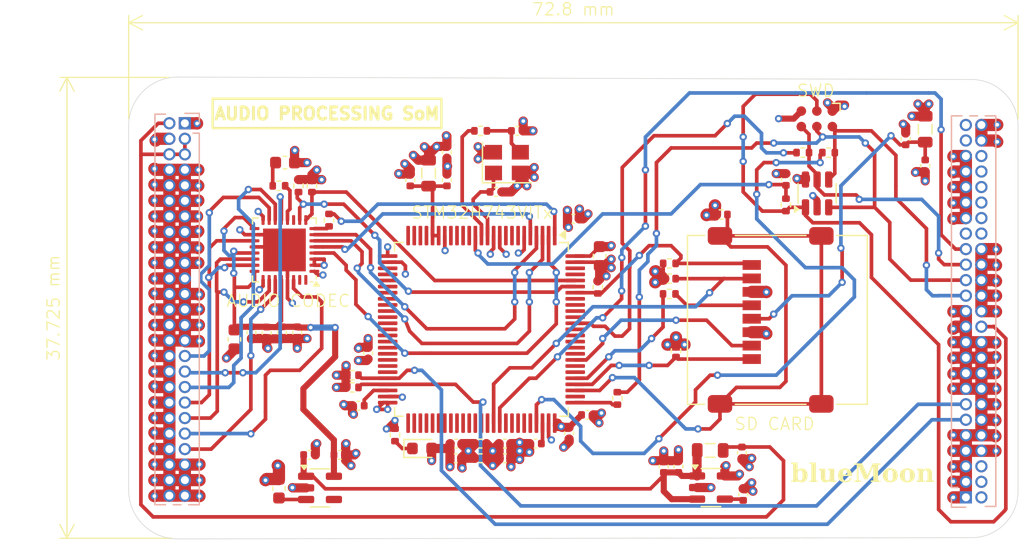
<source format=kicad_pcb>
(kicad_pcb (version 20241229) (generator "pcbnew") (generator_version "9.0")
  (layers (0 "F.Cu" signal) (4 "In1.Cu" power) (6 "In2.Cu" power) (2 "B.Cu" signal) (13 "F.Paste" user) (15 "B.Paste" user) (5 "F.SilkS" user "F.Silkscreen") (7 "B.SilkS" user "B.Silkscreen") (1 "F.Mask" user) (3 "B.Mask" user) (25 "Edge.Cuts" user))
  (net 0 "")
  (net 1 "+1V8")
  (net 2 "GND")
  (net 3 "+3V3")
  (net 4 "Net-(C13-Pad1)")
  (net 5 "Net-(C14-Pad1)")
  (net 6 "VDDA")
  (net 7 "/MICROCONTROLLER (STM32)/HSE_IN")
  (net 8 "Net-(C19-Pad1)")
  (net 9 "+5V")
  (net 10 "Net-(U4-BP)")
  (net 11 "Net-(U5-EN)")
  (net 12 "/NRST_mcu")
  (net 13 "Net-(J2-VDD)")
  (net 14 "Net-(C32-Pad1)")
  (net 15 "Net-(J4-Pin_2)")
  (net 16 "/SWDIO")
  (net 17 "/SWO")
  (net 18 "/SWCLK")
  (net 19 "/NRST")
  (net 20 "Net-(D2-K)")
  (net 21 "/SDMMC1 D0")
  (net 22 "/SDMMC1 D2")
  (net 23 "/SDMMC1 CMD")
  (net 24 "/SDMMC1 D3")
  (net 25 "/SDMMC1 D1")
  (net 26 "Net-(J2-CLK)")
  (net 27 "/PE7")
  (net 28 "/PA6")
  (net 29 "/PC5")
  (net 30 "/PA2")
  (net 31 "/BOOT0")
  (net 32 "/PA3")
  (net 33 "/PA7")
  (net 34 "/PE8")
  (net 35 "/PC4")
  (net 36 "/I2C2_SCL")
  (net 37 "/I2C2_SDA")
  (net 38 "/MIC_IN")
  (net 39 "/HPL")
  (net 40 "/SPKP")
  (net 41 "/SPKM")
  (net 42 "/MIC_RP")
  (net 43 "/MIC_LP")
  (net 44 "/HPR")
  (net 45 "/SAI1_MCLK_A")
  (net 46 "Net-(U1-MCLK)")
  (net 47 "/MICROCONTROLLER (STM32)/HSE_OUT")
  (net 48 "/SWCLK_mcu")
  (net 49 "/SWDIO_mcu")
  (net 50 "/SWO_mcu")
  (net 51 "/SDMMC1 CLK")
  (net 52 "Net-(U1-MICBIAS)")
  (net 53 "/I2C1_SCL")
  (net 54 "/I2C1_SDA")
  (net 56 "/SAI1_SCK_A")
  (net 57 "/SAI1_DIN_A")
  (net 59 "/SAI1_FS_A")
  (net 61 "/SAI1_DOUT_B")
  (net 66 "/PB0")
  (net 83 "/PB1")
  (net 102 "/PB13")
  (net 104 "/PB2")
  (net 106 "/PB12")
  (net 113 "/USB_FS_D_N")
  (net 114 "/USB_FS_D_P")
  (net 115 "/USB_HS_D_N")
  (net 116 "/USB_HS_D_P")
  (footprint "Capacitor_SMD:C_0402_1005Metric" (layer "F.Cu") (at 111 105.5 180)
    (property "Reference" "C13" (hide yes))
    (property "Value" "2u2" (hide yes))
  )
  (footprint "Resistor_SMD:R_0402_1005Metric" (layer "F.Cu") (at 137 101 -90)
    (property "Reference" "R13" (hide yes))
    (property "Value" "10k" (hide yes))
  )
  (footprint "Inductor_SMD:L_0805_2012Metric" (layer "F.Cu") (at 139.8 109.16 180)
    (property "Reference" "FB3" (hide yes))
    (property "Value" "100Ω" (hide yes))
  )
  (footprint "Capacitor_SMD:C_0402_1005Metric" (layer "F.Cu") (at 136 110.48 90)
    (property "Reference" "C20" (hide yes))
    (property "Value" "2u2" (hide yes))
  )
  (footprint "Resistor_SMD:R_0402_1005Metric" (layer "F.Cu") (at 106.1 87.5 -90)
    (property "Reference" "R15" (hide yes))
    (property "Value" "2K2" (hide yes))
  )
  (footprint "Package_DFN_QFN:VQFN-32-1EP_5x5mm_P0.5mm_EP3.5x3.5mm" (layer "F.Cu") (at 104.95 92.75 180)
    (property "Reference" "U1" (hide yes))
    (property "Value" "TLV320AIC3100" (hide yes))
  )
  (footprint "Package_TO_SOT_SMD:SOT-23-5" (layer "F.Cu") (at 139.8625 112.1975)
    (property "Reference" "U4" (hide yes))
    (property "Value" "MIC5219-3.3YM5" (hide yes))
  )
  (footprint "Connector:Tag-Connect_TC2030-IDC-NL_2x03_P1.27mm_Vertical" (layer "F.Cu") (at 148.53 82.016 180)
    (property "Reference" "J1" (hide yes))
    (property "Value" "Conn_ARM_SWD_TagConnect_TC2030-NL" (hide yes))
  )
  (footprint "Resistor_SMD:R_0402_1005Metric" (layer "F.Cu") (at 110.5 103)
    (property "Reference" "R17" (hide yes))
    (property "Value" "2K2" (hide yes))
  )
  (footprint "Capacitor_SMD:C_0402_1005Metric" (layer "F.Cu") (at 118.25 87.025 -90)
    (property "Reference" "C17" (hide yes))
    (property "Value" "100n" (hide yes))
  )
  (footprint "LED_SMD:LED_0603_1608Metric" (layer "F.Cu") (at 116.2125 109)
    (property "Reference" "D2" (hide yes))
    (property "Value" "LED_Small" (hide yes))
  )
  (footprint "Capacitor_SMD:C_0402_1005Metric" (layer "F.Cu") (at 129.75 106.25)
    (property "Reference" "C11" (hide yes))
    (property "Value" "100n" (hide yes))
  )
  (footprint "Package_TO_SOT_SMD:SOT-23-5" (layer "F.Cu") (at 107.8625 112.225)
    (property "Reference" "U5" (hide yes))
    (property "Value" "MIC5317-1.8xM5" (hide yes))
  )
  (footprint "Resistor_SMD:R_0402_1005Metric" (layer "F.Cu") (at 149.49 84.781 180)
    (property "Reference" "R7" (hide yes))
    (property "Value" "1K" (hide yes))
  )
  (footprint "Capacitor_SMD:C_0603_1608Metric" (layer "F.Cu") (at 100.85 100.07 -90)
    (property "Reference" "C1" (hide yes))
    (property "Value" "4u7" (hide yes))
  )
  (footprint "Capacitor_SMD:C_0402_1005Metric" (layer "F.Cu") (at 118.25 84.755 -90)
    (property "Reference" "C15" (hide yes))
    (property "Value" "100n" (hide yes))
  )
  (footprint "Capacitor_SMD:C_0402_1005Metric" (layer "F.Cu") (at 125.5 108.6 180)
    (property "Reference" "C14" (hide yes))
    (property "Value" "2u2" (hide yes))
  )
  (footprint "Capacitor_SMD:C_0402_1005Metric" (layer "F.Cu") (at 106 99.52 -90)
    (property "Reference" "C5" (hide yes))
    (property "Value" "100n" (hide yes))
  )
  (footprint "Capacitor_SMD:C_0402_1005Metric" (layer "F.Cu") (at 142.4 109.36 -90)
    (property "Reference" "C34" (hide yes))
    (property "Value" "2u2" (hide yes))
  )
  (footprint "Resistor_SMD:R_0402_1005Metric" (layer "F.Cu") (at 136.46 93.85)
    (property "Reference" "R11" (hide yes))
    (property "Value" "10k" (hide yes))
  )
  (footprint "Package_TO_SOT_SMD:SOT-23-6" (layer "F.Cu") (at 148.549999 88.1225 90)
    (property "Reference" "D1" (hide yes))
    (property "Value" "SP0505BAHT" (hide yes))
  )
  (footprint "Resistor_SMD:R_0402_1005Metric" (layer "F.Cu") (at 107.2 87.5 -90)
    (property "Reference" "R16" (hide yes))
    (property "Value" "2K2" (hide yes))
  )
  (footprint "Capacitor_SMD:C_0402_1005Metric" (layer "F.Cu") (at 102.25 99.52 -90)
    (property "Reference" "C3" (hide yes))
    (property "Value" "100n" (hide yes))
  )
  (footprint "Capacitor_SMD:C_0402_1005Metric" (layer "F.Cu") (at 123 109.8)
    (property "Reference" "C7" (hide yes))
    (property "Value" "100n" (hide yes))
  )
  (footprint "Capacitor_SMD:C_0402_1005Metric" (layer "F.Cu") (at 157.4 85.8625 -90)
    (property "Reference" "C28" (hide yes))
    (property "Value" "100n" (hide yes))
  )
  (footprint "Resistor_SMD:R_0402_1005Metric" (layer "F.Cu") (at 132.2 104.9 -90)
    (property "Reference" "R6" (hide yes))
    (property "Value" "1K" (hide yes))
  )
  (footprint "Inductor_SMD:L_0805_2012Metric" (layer "F.Cu") (at 157.4 82.8625 -90)
    (property "Reference" "FB2" (hide yes))
    (property "Value" "100Ω" (hide yes))
  )
  (footprint "Resistor_SMD:R_0402_1005Metric" (layer "F.Cu") (at 104.5 87.5 180)
    (property "Reference" "R14" (hide yes))
    (property "Value" "49R9" (hide yes))
  )
  (footprint "Capacitor_SMD:C_0402_1005Metric" (layer "F.Cu") (at 104.75 99.52 -90)
    (property "Reference" "C4" (hide yes))
    (property "Value" "100n" (hide yes))
  )
  (footprint "Capacitor_SMD:C_0402_1005Metric" (layer "F.Cu") (at 142.5 112.7675 90)
    (property "Reference" "C21" (hide yes))
    (property "Value" "470p" (hide yes))
  )
  (footprint "Resistor_SMD:R_0402_1005Metric" (layer "F.Cu") (at 136.45 96.35 180)
    (property "Reference" "R9" (hide yes))
    (property "Value" "1K" (hide yes))
  )
  (footprint "Capacitor_SMD:C_0402_1005Metric" (layer "F.Cu") (at 109.48 109.525)
    (property "Reference" "C24" (hide yes))
    (property "Value" "1u" (hide yes))
  )
  (footprint "Capacitor_SMD:C_0402_1005Metric" (layer "F.Cu") (at 111.8 101.2 90)
    (property "Reference" "C26" (hide yes))
    (property "Value" "2u2" (hide yes))
  )
  (footprint "Package_QFP:LQFP-100_14x14mm_P0.5mm" (layer "F.Cu") (at 121.075 99.25 -90)
    (property "Reference" "U3" (hide yes))
    (property "Value" "STM32H743VITx" (hide yes))
  )
  (footprint "Capacitor_SMD:C_0402_1005Metric" (layer "F.Cu") (at 123 108.6)
    (property "Reference" "C30" (hide yes))
    (property "Value" "100n" (hide yes))
  )
  (footprint "Resistor_SMD:R_0402_1005Metric" (layer "F.Cu") (at 136.46 95.1)
    (property "Reference" "R10" (hide yes))
    (property "Value" "10k" (hide yes))
  )
  (footprint "Resistor_SMD:R_0402_1005Metric" (layer "F.Cu") (at 147.38 84.781 180)
    (property "Reference" "R8" (hide yes))
    (property "Value" "1K" (hide yes))
  )
  (footprint "Resistor_SMD:R_0402_1005Metric" (layer "F.Cu") (at 121.01 83 180)
    (property "Reference" "R2" (hide yes))
    (property "Value" "49R9 Ω" (hide yes))
  )
  (footprint "Capacitor_SMD:C_0402_1005Metric" (layer "F.Cu") (at 118.98 109.8)
    (property "Reference" "C29" (hide yes))
    (property "Value" "2u2" (hide yes))
  )
  (footprint "Resistor_SMD:R_0402_1005Metric" (layer "F.Cu") (at 110.5 104)
    (property "Reference" "R18" (hide yes))
    (property "Value" "2K2" (hide yes))
  )
  (footprint "Capacitor_SMD:C_0402_1005Metric" (layer "F.Cu") (at 128.6 90.2)
    (property "Reference" "C10" (hide yes))
    (property "Value" "100n" (hide yes))
  )
  (footprint "Capacitor_SMD:C_0402_1005Metric" (layer "F.Cu") (at 124.01 83)
    (property "Reference" "C19" (hide yes))
    (property "Value" "100n" (hide yes))
  )
  (footprint "Resistor_SMD:R_0402_1005Metric" (layer "F.Cu") (at 114 107.89 90)
    (property "Reference" "R4" (hide yes))
    (property "Value" "1K" (hide yes))
  )
  (footprint "Capacitor_SMD:C_0402_1005Metric" (layer "F.Cu") (at 146 86.98 90)
    (property "Reference" "C25" (hide yes))
    (property "Value" "100n" (hide yes))
  )
  (footprint "Connector_Card:microSD_HC_Molex_47219-2001" (layer "F.Cu") (at 145.3 98.475 90)
    (property "Reference" "J2" (hide yes))
    (property "Value" "SD_Card_Device" (hide yes))
  )
  (footprint "Resistor_SMD:R_0402_1005Metric" (layer "F.Cu") (at 108.6 90.31 -90)
    (property "Reference" "R1" (hide yes))
    (property "Value" "49R9" (hide yes))
  )
  (footprint "Inductor_SMD:L_0805_2012Metric" (layer "F.Cu") (at 116.75 86.4625 -90)
    (property "Reference" "FB1" (hide yes))
    (property "Value" "100 Ω" (hide yes))
  )
  (footprint "Capacitor_SMD:C_0402_1005Metric" (layer "F.Cu") (at 137.2 110.48 90)
    (property "Reference" "C33" (hide yes))
    (property "Value" "2u2" (hide yes))
  )
  (footprint "Resistor_SMD:R_0402_1005Metric" (layer "F.Cu") (at 130.6 95.8 90)
    (property "Reference" "R3" (hide yes))
    (property "Value" "10kΩ" (hide yes))
  )
  (footprint "Capacitor_SMD:C_0402_1005Metric" (layer "F.Cu") (at 155.8 83.6625 90)
    (property "Reference" "C27" (hide yes))
    (property "Value" "2u2" (hide yes))
  )
  (footprint "Capacitor_SMD:C_0402_1005Metric" (layer "F.Cu") (at 121.02 109.8 180)
    (property "Reference" "C31" (hide yes))
    (property "Value" "100n" (hide yes))
  )
  (footprint "Capacitor_SMD:C_0402_1005Metric" (layer "F.Cu") (at 115.25 87.025 -90)
    (property "Reference" "C16" (hide yes))
    (property "Value" "100n" (hide yes))
  )
  (footprint "Capacitor_SMD:C_0402_1005Metric" (layer "F.Cu") (at 122.26 88)
    (property "Reference" "C18" (hide yes))
    (property "Value" "100n" (hide yes))
  )
  (footprint "Resistor_SMD:R_0402_1005Metric" (layer "F.Cu") (at 146 89.06 90)
    (property "Reference" "R5" (hide yes))
    (property "Value" "1K" (hide yes))
  )
  (footprint "Capacitor_SMD:C_0603_1608Metric" (layer "F.Cu") (at 105 85.6)
    (property "Reference" "C32" (hide yes))
    (property "Value" "4u7" (hide yes))
  )
  (footprint "Capacitor_SMD:C_0603_1608Metric" (layer "F.Cu") (at 130.75 93.25 -90)
    (property "Reference" "C6" (hide yes))
    (property "Value" "2u2" (hide yes))
  )
  (footprint "Crystal:Crystal_SMD_3225-4Pin_3.2x2.5mm" (layer "F.Cu") (at 123.16 85.6)
    (property "Reference" "Y1" (hide yes))
    (property "Value" "24MHz" (hide yes))
  )
  (footprint "Capacitor_SMD:C_0603_1608Metric" (layer "F.Cu") (at 104.5 112.275 90)
    (property "Reference" "C23" (hide yes))
    (property "Value" "2u2" (hide yes))
  )
  (footprint "Resistor_SMD:R_0402_1005Metric" (layer "F.Cu") (at 140.7 89.85)
    (property "Reference" "R12" (hide yes))
    (property "Value" "10k" (hide yes))
  )
  (footprint "Capacitor_SMD:C_0402_1005Metric" (layer "F.Cu") (at 107 109.525)
    (property "Reference" "C22" (hide yes))
    (property "Value" "1u" (hide yes))
  )
  (footprint "Capacitor_SMD:C_0402_1005Metric" (layer "F.Cu") (at 119 108.6)
    (property "Reference" "C9" (hide yes))
    (property "Value" "100n" (hide yes))
  )
  (footprint "Capacitor_SMD:C_0402_1005Metric" (layer "F.Cu") (at 103.5 99.54 -90)
    (property "Reference" "C2" (hide yes))
    (property "Value" "100n" (hide yes))
  )
  (footprint "Capacitor_SMD:C_0402_1005Metric" (layer "F.Cu") (at 128.25 107.75 -90)
    (property "Reference" "C12" (hide yes))
    (property "Value" "100n" (hide yes))
  )
  (footprint "Capacitor_SMD:C_0402_1005Metric" (layer "F.Cu") (at 121 108.6 180)
    (property "Reference" "C8" (hide yes))
    (property "Value" "100n" (hide yes))
  )
  (footprint "Connector_PinHeader_1.27mm:PinHeader_2x25_P1.27mm_Vertical" (layer "B.Cu") (at 160.73 113)
    (property "Reference" "J3" (hide yes))
    (property "Value" "Conn_02x25_Counter_Clockwise" (hide yes))
  )
  (footprint "Connector_PinHeader_1.27mm:PinHeader_2x25_P1.27mm_Vertical" (layer "B.Cu") (at 96.8 82.38 180)
    (property "Reference" "J4" (hide yes))
    (property "Value" "Conn_02x25_Counter_Clockwise" (hide yes))
  )
  (gr_rect (start 99.075 80.375) (end 117.8 82.775) (stroke (width 0.2)) (fill no) (layer "F.SilkS"))
  (gr_line (start 96.2 116.40125) (end 161.2 116.3) (stroke (width 0.05)) (layer "Edge.Cuts"))
  (gr_line (start 165 82.5) (end 165 112.5) (stroke (width 0.05)) (layer "Edge.Cuts"))
  (gr_arc (start 165 112.5) (mid 163.887006 115.187006) (end 161.2 116.3) (stroke (width 0.05)) (layer "Edge.Cuts"))
  (gr_arc (start 161.2 78.798684) (mid 163.852345 79.876938) (end 165 82.5) (stroke (width 0.05)) (layer "Edge.Cuts"))
  (gr_line (start 92.2 82.5) (end 92.2 112.5) (stroke (width 0.05)) (layer "Edge.Cuts"))
  (gr_line (start 96.2 78.598751) (end 161.2 78.798684) (stroke (width 0.05)) (layer "Edge.Cuts"))
  (gr_arc (start 96.2 116.40125) (mid 93.406268 115.264448) (end 92.2 112.5) (stroke (width 0.05)) (layer "Edge.Cuts"))
  (gr_arc (start 92.2 82.5) (mid 93.406268 79.735552) (end 96.2 78.59875) (stroke (width 0.05)) (layer "Edge.Cuts"))
  (gr_text "STM32H743VITx" (at 121.125 90.275 0) (layer "F.SilkS") (effects (font (size 1 1) (thickness 0.1)) (justify bottom)))
  (gr_text "SD CARD" (at 145.075 107.575 0) (layer "F.SilkS") (effects (font (size 1 1) (thickness 0.1)) (justify bottom)))
  (gr_text "AUDIO CODEC" (at 100.125 97.5 0) (layer "F.SilkS") (effects (font (size 1 1) (thickness 0.1)) (justify left bottom)))
  (gr_text "SWD" (at 148.45 80.3 0) (layer "F.SilkS") (effects (font (size 1 1) (thickness 0.1)) (justify bottom)))
  (gr_text "blueMoon" (at 152.275 112 0) (layer "F.SilkS") (effects (font (size 1.5 1.5) (thickness 0.2) (bold yes)) (justify bottom)))
  (gr_text "AUDIO PROCESSING SoM" (at 108.4375 82.175 0) (layer "F.SilkS") (effects (font (size 1 1) (thickness 0.25) (bold yes)) (justify bottom)))
  (dimension (type orthogonal) (layer "F.SilkS") (pts (xy 95.975 78.625) (xy 96.2 116.35)) (height -8.825) (orientation 1) (format (prefix "") (suffix "") (units 2) (units_format 1) (precision 4) (suppress_zeroes yes)) (style (thickness 0.1) (arrow_length 1.27) (text_position_mode 0) (arrow_direction outward) (extension_height 0.58642) (extension_offset 0.5) (keep_text_aligned yes)) (gr_text "37.725 mm" (at 86.05 97.4875 90) (layer "F.SilkS") (effects (font (size 1 1) (thickness 0.1)))))
  (dimension (type orthogonal) (layer "F.SilkS") (pts (xy 92.200001 82.5) (xy 165 82.5)) (height -8.35) (orientation 0) (format (prefix "") (suffix "") (units 2) (units_format 1) (precision 4) (suppress_zeroes yes)) (style (thickness 0.1) (arrow_length 1.27) (text_position_mode 0) (arrow_direction outward) (extension_height 0.58642) (extension_offset 0.5) (keep_text_aligned yes)) (gr_text "72.8 mm" (at 128.600001 73.05 0) (layer "F.SilkS") (effects (font (size 1 1) (thickness 0.1)))))
  (segment (start 101.6 90.1) (end 102.5 91) (width 0.3) (layer "F.Cu") (net 1))
  (segment (start 109 109.525) (end 109 108.3) (width 0.5) (layer "F.Cu") (net 1))
  (segment (start 100 91) (end 100.9 90.1) (width 0.3) (layer "F.Cu") (net 1))
  (segment (start 102.5 94.5) (end 102.5 95.3) (width 0.3) (layer "F.Cu") (net 1))
  (segment (start 104.2 99.06) (end 104.73 99.06) (width 0.5) (layer "F.Cu") (net 1))
  (segment (start 102 95.8) (end 100.85 95.8) (width 0.3) (layer "F.Cu") (net 1))
  (segment (start 106.5 104.1) (end 109.1 101.5) (width 0.5) (layer "F.Cu") (net 1))
  (segment (start 104.7 95.2) (end 104.7 98.56) (width 0.3) (layer "F.Cu") (net 1))
  (segment (start 104.75 99.04) (end 106 99.04) (width 0.5) (layer "F.Cu") (net 1))
  (segment (start 109.1 101.5) (end 109.1 99.1) (width 0.5) (layer "F.Cu") (net 1))
  (segment (start 106.5 105.8) (end 106.5 104.1) (width 0.5) (layer "F.Cu") (net 1))
  (segment (start 100 91.2) (end 100 91) (width 0.3) (layer "F.Cu") (net 1))
  (segment (start 100.8 94.65) (end 100.85 94.7) (width 0.3) (layer "F.Cu") (net 1))
  (segment (start 107.1 99.1) (end 106.06 99.1) (width 0.5) (layer "F.Cu") (net 1))
  (segment (start 100.85 95.8) (end 100.85 99.295) (width 0.3) (layer "F.Cu") (net 1))
  (segment (start 101.105 99.04) (end 101.5 99.04) (width 0.5) (layer "F.Cu") (net 1))
  (segment (start 100.9 90.1) (end 101.6 90.1) (width 0.3) (layer "F.Cu") (net 1))
  (segment (start 101.5 99.04) (end 102.25 99.04) (width 0.5) (layer "F.Cu") (net 1))
  (segment (start 103.5 99.06) (end 104.2 99.06) (width 0.5) (layer "F.Cu") (net 1))
  (segment (start 102.5 93) (end 100.95 93) (width 0.3) (layer "F.Cu") (net 1))
  (segment (start 102.25 99.04) (end 103.48 99.04) (width 0.5) (layer "F.Cu") (net 1))
  (segment (start 104.73 99.06) (end 104.75 99.04) (width 0.5) (layer "F.Cu") (net 1))
  (segment (start 109 111.275) (end 109 109.525) (width 0.5) (layer "F.Cu") (net 1))
  (segment (start 100.95 93) (end 100.8 92.85) (width 0.3) (layer "F.Cu") (net 1))
  (segment (start 104.7 98.56) (end 104.2 99.06) (width 0.3) (layer "F.Cu") (net 1))
  (segment (start 103.48 99.04) (end 103.5 99.06) (width 0.5) (layer "F.Cu") (net 1))
  (segment (start 109 108.3) (end 106.5 105.8) (width 0.5) (layer "F.Cu") (net 1))
  (segment (start 104.7 98.99) (end 104.75 99.04) (width 0.3) (layer "F.Cu") (net 1))
  (segment (start 100.85 99.295) (end 101.105 99.04) (width 0.5) (layer "F.Cu") (net 1))
  (segment (start 100.85 94.7) (end 100.85 95.8) (width 0.3) (layer "F.Cu") (net 1))
  (segment (start 106.06 99.1) (end 106 99.04) (width 0.5) (layer "F.Cu") (net 1))
  (segment (start 102.5 95.3) (end 102 95.8) (width 0.3) (layer "F.Cu") (net 1))
  (via (at 109.1 99.1) (size 0.6) (drill 0.3) (layers "F.Cu" "B.Cu") (net 1))
  (via (at 100.8 92.85) (size 0.6) (drill 0.3) (layers "F.Cu" "B.Cu") (net 1))
  (via (at 100 91.2) (size 0.6) (drill 0.3) (layers "F.Cu" "B.Cu") (net 1))
  (via (at 100.8 94.65) (size 0.6) (drill 0.3) (layers "F.Cu" "B.Cu") (net 1))
  (via (at 107.1 99.1) (size 0.6) (drill 0.3) (layers "F.Cu" "B.Cu") (net 1))
  (segment (start 100.8 92.85) (end 100.8 93.2) (width 0.3) (layer "B.Cu") (net 1))
  (segment (start 100.4 93.2) (end 100.8 93.2) (width 0.3) (layer "B.Cu") (net 1))
  (segment (start 100 91.2) (end 100 92.8) (width 0.3) (layer "B.Cu") (net 1))
  (segment (start 100 92.8) (end 100.4 93.2) (width 0.3) (layer "B.Cu") (net 1))
  (segment (start 109.1 99.1) (end 107.1 99.1) (width 0.5) (layer "B.Cu") (net 1))
  (segment (start 100.8 93.2) (end 100.8 94.65) (width 0.3) (layer "B.Cu") (net 1))
  (segment (start 162 102.84) (end 163.109 102.84) (width 1) (layer "F.Cu") (net 2))
  (segment (start 96.8 88.73) (end 96.8 90) (width 1) (layer "F.Cu") (net 2))
  (segment (start 95.53 83.65) (end 94.553496 83.65) (width 1) (layer "F.Cu") (net 2))
  (segment (start 96.8 91.27) (end 97.83 91.27) (width 1) (layer "F.Cu") (net 2))
  (segment (start 110.52 105.5) (end 110.52 106.12) (width 0.75) (layer "F.Cu") (net 2))
  (segment (start 160.73 99.03) (end 160.73 100.3) (width 1) (layer "F.Cu") (net 2))
  (segment (start 95.53 87.46) (end 95.53 86.19) (width 1) (layer "F.Cu") (net 2))
  (segment (start 162 95.22) (end 163.12 95.22) (width 1) (layer "F.Cu") (net 2))
  (segment (start 110.675 109.525) (end 110.8 109.4) (width 0.75) (layer "F.Cu") (net 2))
  (segment (start 100.85 100.845) (end 100.85 100.95) (width 0.75) (layer "F.Cu") (net 2))
  (segment (start 94.32 95.08) (end 94.3 95.1) (width 1) (layer "F.Cu") (net 2))
  (segment (start 95.53 110.32) (end 94.32 110.32) (width 1) (layer "F.Cu") (net 2))
  (segment (start 162 82.52) (end 162 83.79) (width 1) (layer "F.Cu") (net 2))
  (segment (start 163.19 83.79) (end 163.3 83.9) (width 1) (layer "F.Cu") (net 2))
  (segment (start 120.52 108.68) (end 120 109.2) (width 0.75) (layer "F.Cu") (net 2))
  (segment (start 124.2 109.2) (end 124.2 109.9) (width 0.75) (layer "F.Cu") (net 2))
  (segment (start 119.46 109.8) (end 119.46 110.56) (width 0.75) (layer "F.Cu") (net 2))
  (segment (start 163.18 92.68) (end 163.2 92.7) (width 1) (layer "F.Cu") (net 2))
  (segment (start 97.89 93.81) (end 97.9 93.8) (width 1) (layer "F.Cu") (net 2))
  (segment (start 124.26 87.24) (end 124 87.5) (width 0.75) (layer "F.Cu") (net 2))
  (segment (start 96.8 86.19) (end 96.8 87.46) (width 1) (layer "F.Cu") (net 2))
  (segment (start 95.53 101.43) (end 95.53 100.16) (width 1) (layer "F.Cu") (net 2))
  (segment (start 105.775 84.625) (end 105.8 84.6) (width 0.75) (layer "F.Cu") (net 2))
  (segment (start 114.345 86.545) (end 114.3 86.5) (width 0.75) (layer "F.Cu") (net 2))
  (segment (start 96.8 92.54) (end 96.8 93.81) (width 1) (layer "F.Cu") (net 2))
  (segment (start 111.8 100.72) (end 111.08 100.72) (width 0.75) (layer "F.Cu") (net 2))
  (segment (start 95.53 106.51) (end 94.31 106.51) (width 1) (layer "F.Cu") (net 2))
  (segment (start 95.53 90) (end 96.8 90) (width 1) (layer "F.Cu") (net 2))
  (segment (start 111.08 100.72) (end 111 100.8) (width 0.75) (layer "F.Cu") (net 2))
  (segment (start 111.8 100.72) (end 111.8 100) (width 0.75) (layer "F.Cu") (net 2))
  (segment (start 162 104.11) (end 163.139 104.11) (width 1) (layer "F.Cu") (net 2))
  (segment (start 142.5 112.2875) (end 142.7125 112.2875) (width 0.75) (layer "F.Cu") (net 2))
  (segment (start 104.95 92.75) (end 103.7 91.5) (width 0.3) (layer "F.Cu") (net 2))
  (segment (start 147.26 81.381) (end 146.641 82) (width 0.5) (layer "F.Cu") (net 2))
  (segment (start 160.73 99.03) (end 159.87 99.03) (width 1) (layer "F.Cu") (net 2))
  (segment (start 105.2 95.2) (end 105.2 96.7) (width 0.3) (layer "F.Cu") (net 2))
  (segment (start 160.73 109.19) (end 160.73 110.46) (width 1) (layer "F.Cu") (net 2))
  (segment (start 96.8 110.32) (end 96.8 111.59) (width 1) (layer "F.Cu") (net 2))
  (segment (start 107.7 94.8) (end 108.1 94.8) (width 0.3) (layer "F.Cu") (net 2))
  (segment (start 95.53 92.54) (end 96.8 92.54) (width 1) (layer "F.Cu") (net 2))
  (segment (start 115.25 86.545) (end 114.345 86.545) (width 0.75) (layer "F.Cu") (net 2))
  (segment (start 95.53 87.46) (end 94.36 87.46) (width 1) (layer "F.Cu") (net 2))
  (segment (start 100.85 100.95) (end 100.2 101.6) (width 0.75) (layer "F.Cu") (net 2))
  (segment (start 121.25 84.75) (end 120.8 84.3) (width 0.75) (layer "F.Cu") (net 2))
  (segment (start 160.73 107.92) (end 159.72 107.92) (width 1) (layer "F.Cu") (net 2))
  (segment (start 160.73 86.33) (end 160.73 87.6) (width 1) (layer "F.Cu") (net 2))
  (segment (start 97.899 96.35) (end 97.949 96.4) (width 1) (layer "F.Cu") (net 2))
  (segment (start 103.5 100.02) (end 104.73 100.02) (width 0.75) (layer "F.Cu") (net 2))
  (segment (start 109.96 109.525) (end 109.96 108.64) (width 0.75) (layer "F.Cu") (net 2))
  (segment (start 95.53 91.27) (end 94.37 91.27) (width 1) (layer "F.Cu") (net 2))
  (segment (start 105.775 85.6) (end 106.8 85.6) (width 0.75) (layer "F.Cu") (net 2))
  (segment (start 95.53 95.08) (end 94.32 95.08) (width 1) (layer "F.Cu") (net 2))
  (segment (start 162 101.57) (end 162 102.84) (width 1) (layer "F.Cu") (net 2))
  (segment (start 94.31 111.59) (end 94.3 111.6) (width 1) (layer "F.Cu") (net 2))
  (segment (start 162 100.3) (end 160.73 100.3) (width 1) (layer "F.Cu") (net 2))
  (segment (start 96.8 95.08) (end 96.8 96.35) (width 1) (layer "F.Cu") (net 2))
  (segment (start 162 105.38) (end 162 106.65) (width 1) (layer "F.Cu") (net 2))
  (segment (start 123.48 109.8) (end 124.1 109.8) (width 0.75) (layer "F.Cu") (net 2))
  (segment (start 95.53 107.78) (end 95.53 109.05) (width 1) (layer "F.Cu") (net 2))
  (segment (start 130.23 106.25) (end 130.75 106.25) (width 0.75) (layer "F.Cu") (net 2))
  (segment (start 97.86 87.46) (end 97.9 87.5) (width 1) (layer "F.Cu") (net 2))
  (segment (start 95.53 86.19) (end 96.8 86.19) (width 1) (layer "F.Cu") (net 2))
  (segment (start 156.6575 86.3425) (end 156.6 86.4) (width 0.75) (layer "F.Cu") (net 2))
  (segment (start 144.38 96.18) (end 144.4 96.2) (width 1) (layer "F.Cu") (net 2))
  (segment (start 130.23 106.25) (end 130.23 106.43) (width 0.75) (layer "F.Cu") (net 2))
  (segment (start 124.3 109.3) (end 124.2 109.2) (width 0.75) (layer "F.Cu") (net 2))
  (segment (start 162 95.22) (end 162 96.49) (width 1) (layer "F.Cu") (net 2))
  (segment (start 94.36 87.46) (end 94.3 87.4) (width 1) (layer "F.Cu") (net 2))
  (segment (start 95.53 96.35) (end 94.35 96.35) (width 1) (layer "F.Cu") (net 2))
  (segment (start 95.53 97.62) (end 94.32 97.62) (width 1) (layer "F.Cu") (net 2))
  (segment (start 95.53 112.86) (end 94.34 112.86) (width 1) (layer "F.Cu") (net 2))
  (segment (start 162 96.49) (end 163.19 96.49) (width 1) (layer "F.Cu") (net 2))
  (segment (start 95.53 96.35) (end 96.8 96.35) (width 1) (layer "F.Cu") (net 2))
  (segment (start 95.53 98.89) (end 96.8 98.89) (width 1) (layer "F.Cu") (net 2))
  (segment (start 163.099 106.65) (end 163.149 106.7) (width 1) (layer "F.Cu") (net 2))
  (segment (start 124.26 86.45) (end 124.26 87.24) (width 0.75) (layer "F.Cu") (net 2))
  (segment (start 103.5 111.5) (end 103.4 111.6) (width 1) (layer "F.Cu") (net 2))
  (segment (start 125.02 109.28) (end 125 109.3) (width 0.75) (layer "F.Cu") (net 2))
  (segment (start 109.96 109.525) (end 110.675 109.525) (width 0.75) (layer "F.Cu") (net 2))
  (segment (start 162 102.84) (end 160.73 102.84) (width 1) (layer "F.Cu") (net 2))
  (segment (start 129.08 89.42) (end 129.1 89.4) (width 0.75) (layer "F.Cu") (net 2))
  (segment (start 138.725 112.1975) (end 139.8625 112.1975) (width 0.75) (layer "F.Cu") (net 2))
  (segment (start 104.95 92.75) (end 104.95 92.96349) (width 0.3) (layer "F.Cu") (net 2))
  (segment (start 109.96 108.64) (end 110 108.6) (width 0.75) (layer "F.Cu") (net 2))
  (segment (start 95.53 90) (end 94.3 90) (width 1) (layer "F.Cu") (net 2))
  (segment (start 113.4 92.5) (end 113.4 93.25) (width 0.3) (layer "F.Cu") (net 2))
  (segment (start 96.8 110.32) (end 97.98 110.32) (width 1) (layer "F.Cu") (net 2))
  (segment (start 162 96.49) (end 162 97.76) (width 1) (layer "F.Cu") (net 2))
  (segment (start 126.8 108.3) (end 126.575 108.075) (width 0.3) (layer "F.Cu") (net 2))
  (segment (start 143.2 99.48) (end 144.28 99.48) (width 1) (layer "F.Cu") (net 2))
  (segment (start 113.3 107.4) (end 114 106.7) (width 0.5) (layer "F.Cu") (net 2))
  (segment (start 109.96 109.525) (end 109.96 109.96) (width 0.75) (layer "F.Cu") (net 2))
  (segment (start 121.35 84.75) (end 120.8 85.3) (width 0.75) (layer "F.Cu") (net 2))
  (segment (start 97.939 98.89) (end 97.949 98.9) (width 1) (layer "F.Cu") (net 2))
  (segment (start 119.46 110.56) (end 119.5 110.6) (width 0.75) (layer "F.Cu") (net 2))
  (segment (start 124.26 86.45) (end 124.26 86.96) (width 0.75) (layer "F.Cu") (net 2))
  (segment (start 159.77 86.33) (end 159.7 86.4) (width 1) (layer "F.Cu") (net 2))
  (segment (start 160.73 85.06) (end 160.73 86.33) (width 1) (layer "F.Cu") (net 2))
  (segment (start 163.12 95.22) (end 163.2 95.3) (width 1) (layer "F.Cu") (net 2))
  (segment (start 94.31 106.51) (end 94.3 106.5) (width 1) (layer "F.Cu") (net 2))
  (segment (start 142.7125 112.2875) (end 143.2 111.8) (width 0.75) (layer "F.Cu") (net 2))
  (segment (start 143.0875 112.2875) (end 143.3 112.5) (width 0.75) (layer "F.Cu") (net 2))
  (segment (start 162 109.19) (end 163.139 109.19) (width 1) (layer "F.Cu") (net 2))
  (segment (start 130.75 94.025) (end 130.75 95.14) (width 0.75) (layer "F.Cu") (net 2))
  (segment (start 96.8 97.62) (end 96.8 98.89) (width 1) (layer "F.Cu") (net 2))
  (segment (start 142.5 112.2875) (end 143.0875 112.2875) (width 0.75) (layer "F.Cu") (net 2))
  (segment (start 94.37 103.97) (end 94.3 103.9) (width 1) (layer "F.Cu") (net 2))
  (segment (start 94.33 101.43) (end 94.3 101.4) (width 1) (layer "F.Cu") (net 2))
  (segment (start 130.75 95.14) (end 130.6 95.29) (width 0.75) (layer "F.Cu") (net 2))
  (segment (start 163.096504 100.3) (end 163.148252 100.351748) (width 1) (layer "F.Cu") (net 2))
  (segment (start 95.53 110.32) (end 95.53 111.59) (width 1) (layer "F.Cu") (net 2))
  (segment (start 104.5 110.5) (end 104.4 110.4) (width 1) (layer "F.Cu") (net 2))
  (segment (start 128.25 108.45) (end 127.8 108.9) (width 0.75) (layer "F.Cu") (net 2))
  (segment (start 104.5 111.5) (end 103.5 111.5) (width 1) (layer "F.Cu") (net 2))
  (segment (start 96.8 90) (end 96.8 91.27) (width 1) (layer "F.Cu") (net 2))
  (segment (start 124.49 83) (end 124.49 82.21) (width 0.75) (layer "F.Cu") (net 2))
  (segment (start 96.8 110.32) (end 95.53 110.32) (width 1) (layer "F.Cu") (net 2))
  (segment (start 159.74 110.46) (end 159.7 110.5) (width 1) (layer "F.Cu") (net 2))
  (segment (start 124.3 108.6) (end 124.2 108.5) (width 0.75) (layer "F.Cu") (net 2))
  (segment (start 95.53 101.43) (end 94.33 101.43) (width 1) (layer "F.Cu") (net 2))
  (segment (start 95.53 92.54) (end 94.34 92.54) (width 1) (layer "F.Cu") (net 2))
  (segment (start 162 101.57) (end 160.73 101.57) (width 1) (layer "F.Cu") (net 2))
  (segment (start 160.73 102.84) (end 160.73 104.11) (width 1) (layer "F.Cu") (net 2))
  (segment (start 146.641 82) (end 145.4 82) (width 0.5) (layer "F.Cu") (net 2))
  (segment (start 160.73 87.6) (end 160.73 88.87) (width 1) (layer "F.Cu") (net 2))
  (segment (start 130.75 94.025) (end 131.525 94.025) (width 0.75) (layer "F.Cu") (net 2))
  (segment (start 95.53 102.7) (end 95.53 103.97) (width 1) (layer "F.Cu") (net 2))
  (segment (start 106 100) (end 106 100.8) (width 0.75) (layer "F.Cu") (net 2))
  (segment (start 162 83.79) (end 163.19 83.79) (width 1) (layer "F.Cu") (net 2))
  (segment (start 162 106.65) (end 163.099 106.65) (width 1) (layer "F.Cu") (net 2))
  (segment (start 96.8 112.86) (end 97.96 112.86) (width 1) (layer "F.Cu") (net 2))
  (segment (start 124.26 86.45) (end 124.95 86.45) (width 0.75) (layer "F.Cu") (net 2))
  (segment (start 122.575 92.575) (end 122.575 91.575) (width 0.3) (layer "F.Cu") (net 2))
  (segment (start 123.48 109.8) (end 123.48 110.48) (width 0.75) (layer "F.Cu") (net 2))
  (segment (start 95.53 107.78) (end 94.38 107.78) (width 1) (layer "F.Cu") (net 2))
  (segment (start 97.87 88.73) (end 97.9 88.7) (width 1) (layer "F.Cu") (net 2))
  (segment (start 123.48 108.6) (end 123.48 109.8) (width 0.75) (layer "F.Cu") (net 2))
  (segment (start 128.75 93.75) (end 130.475 93.75) (width 0.3) (layer "F.Cu") (net 2))
  (segment (start 94.35 109.05) (end 94.3 109) (width 1) (layer "F.Cu") (net 2))
  (segment (start 95.53 93.81) (end 95.53 92.54) (width 1) (layer "F.Cu") (net 2))
  (segment (start 96.8 98.89) (end 97.939 98.89) (width 1) (layer "F.Cu") (net 2))
  (segment (start 95.53 96.35) (end 95.53 95.08) (width 1) (layer "F.Cu") (net 2))
  (segment (start 94.32 97.62) (end 94.3 97.6) (width 1) (layer "F.Cu") (net 2))
  (segment (start 113.4 104.75) (end 114.55 104.75) (width 0.3) (layer "F.Cu") (net 2))
  (segment (start 160.73 107.92) (end 160.73 109.19) (width 1) (layer "F.Cu") (net 2))
  (segment (start 94.34 112.86) (end 94.3 112.9) (width 1) (layer "F.Cu") (net 2))
  (segment (start 160.73 110.46) (end 160.73 111.73) (width 1) (layer "F.Cu") (net 2))
  (segment (start 95.53 92.54) (end 95.53 91.27) (width 1) (layer "F.Cu") (net 2))
  (segment (start 96.8 96.35) (end 97.899 96.35) (width 1) (layer "F.Cu") (net 2))
  (segment (start 96.8 98.89) (end 96.8 100.16) (width 1) (layer "F.Cu") (net 2))
  (segment (start 159.87 99.03) (end 159.7 99.2) (width 1) (layer "F.Cu") (net 2))
  (segment (start 94.33 88.73) (end 94.3 88.7) (width 1) (layer "F.Cu") (net 2))
  (segment (start 95.53 91.27) (end 96.8 91.27) (width 1) (layer "F.Cu") (net 2))
  (segment (start 160.73 111.73) (end 160.73 113) (width 1) (layer "F.Cu") (net 2))
  (segment (start 159.76 102.84) (end 159.7 102.9) (width 1) (layer "F.Cu") (net 2))
  (segment (start 119.46 109.8) (end 120.54 109.8) (width 0.75) (layer "F.Cu") (net 2))
  (segment (start 110.52 106.12) (end 110.6 106.2) (width 0.75) (layer "F.Cu") (net 2))
  (segment (start 95.53 111.59) (end 95.53 112.86) (width 1) (layer "F.Cu") (net 2))
  (segment (start 103.2 90) (end 102.8 89.6) (width 0.3) (layer "F.Cu") (net 2))
  (segment (start 159.71 109.19) (end 159.7 109.2) (width 1) (layer "F.Cu") (net 2))
  (segment (start 96.8 96.35) (end 96.8 97.62) (width 1) (layer "F.Cu") (net 2))
  (segment (start 104.73 100.02) (end 104.75 100) (width 0.75) (layer "F.Cu") (net 2))
  (segment (start 128.25 108.23) (end 128.25 108.35) (width 0.75) (layer "F.Cu") (net 2))
  (segment (start 162 97.76) (end 163.16 97.76) (width 1) (layer "F.Cu") (net 2))
  (segment (start 118.25 85.235) (end 118.25 85.85) (width 0.75) (layer "F.Cu") (net 2))
  (segment (start 95.53 100.16) (end 94.36 100.16) (width 1) (layer "F.Cu") (net 2))
  (segment (start 160.73 113) (end 159.7 113) (width 1) (layer "F.Cu") (net 2))
  (segment (start 160.73 85.06) (end 159.74 85.06) (width 1) (layer "F.Cu") (net 2))
  (segment (start 115.25 86.15) (end 114.8 85.7) (width 0.75) (layer "F.Cu") (net 2))
  (segment (start 130.475 93.75) (end 130.75 94.025) (width 0.3) (layer "F.Cu") (net 2))
  (segment (start 107.48 109.525) (end 107.48 108.72) (width 0.75) (layer "F.Cu") (net 2))
  (segment (start 162 100.3) (end 162 101.57) (width 1) (layer "F.Cu") (net 2))
  (segment (start 157.4 86.3425) (end 156.6575 86.3425) (width 0.75) (layer "F.Cu") (net 2))
  (segment (start 119.48 108.6) (end 119.48 108.68) (width 0.75) (layer "F.Cu") (net 2))
  (segment (start 157.4 86.3425) (end 157.4 87.1) (width 0.75) (layer "F.Cu") (net 2))
  (segment (start 137.2 110) (end 137.2 109.1) (width 0.75) (layer "F.Cu") (net 2))
  (segment (start 125.05 86.45) (end 125.4 86.8) (width 0.75) (layer "F.Cu") (net 2))
  (segment (start 105.625 112.225) (end 105.6 112.2) (width 0.75) (layer "F.Cu") (net 2))
  (segment (start 163.129 105.38) (end 163.149 105.4) (width 1) (layer "F.Cu") (net 2))
  (segment (start 96.869 100.229) (end 97.949 100.229) (width 1) (layer "F.Cu") (net 2))
  (segment (start 95.53 111.59) (end 94.31 111.59) (width 1) (layer "F.Cu") (net 2))
  (segment (start 107.4 94.5) (end 107.7 94.8) (width 0.3) (layer "F.Cu") (net 2))
  (segment (start 102.5 92.5) (end 104.7 92.5) (width 0.3) (layer "F.Cu") (net 2))
  (segment (start 96.8 88.73) (end 97.87 88.73) (width 1) (layer "F.Cu") (net 2))
  (segment (start 94.34 92.54) (end 94.3 92.5) (width 1) (layer "F.Cu") (net 2))
  (segment (start 160.73 100.3) (end 160.73 101.57) (width 1) (layer "F.Cu") (net 2))
  (segment (start 96.8 91.27) (end 96.8 92.54) (width 1) (layer "F.Cu") (net 2))
  (segment (start 125.02 108.6) (end 125.02 109.28) (width 0.75) (layer "F.Cu") (net 2))
  (segment (start 160.73 110.46) (end 159.74 110.46) (width 1) (layer "F.Cu") (net 2))
  (segment (start 124.49 82.21) (end 124.5 82.2) (width 0.75) (layer "F.Cu") (net 2))
  (segment (start 162 107.92) (end 163.069 107.92) (width 1) (layer "F.Cu") (net 2))
  (segment (start 113.32 107.38) (end 113.3 107.4) (width 0.5) (layer "F.Cu") (net 2))
  (segment (start 97.99 111.59) (end 98 111.6) (width 1) (layer "F.Cu") (net 2))
  (segment (start 163.15 93.95) (end 163.2 94) (width 1) (layer "F.Cu") (net 2))
  (segment (start 159.71 104.11) (end 159.7 104.1) (width 1) (layer "F.Cu") (net 2))
  (segment (start 163.079 101.57) (end 163.149 101.5) (width 1) (layer "F.Cu") (net 2))
  (segment (start 130.75 94.35) (end 131.280574 94.880574) (width 0.75) (layer "F.Cu") (net 2))
  (segment (start 160.73 88.87) (end 160.7 88.9) (width 1) (layer "F.Cu") (net 2))
  (segment (start 94.37 91.27) (end 94.3 91.2) (width 1) (layer "F.Cu") (net 2))
  (segment (start 106 100) (end 106.8 100) (width 0.75) (layer "F.Cu") (net 2))
  (segment (start 128.25 108.23) (end 128.25 108.45) (width 0.75) (layer "F.Cu") (net 2))
  (segment (start 95.53 103.97) (end 95.53 105.24) (width 1) (layer "F.Cu") (net 2))
  (segment (start 136 110) (end 136 109.2) (width 0.75) (layer "F.Cu") (net 2))
  (segment (start 136 110) (end 137.2 110) (width 0.75) (layer "F.Cu") (net 2))
  (segment (start 95.53 95.08) (end 95.53 93.81) (width 1) (layer "F.Cu") (net 2))
  (segment (start 95.53 98.89) (end 94.31 98.89) (width 1) (layer "F.Cu") (net 2))
  (segment (start 160.73 111.73) (end 159.73 111.73) (width 1) (layer "F.Cu") (net 2))
  (segment (start 159.73 111.73) (end 159.7 111.7) (width 1) (layer "F.Cu") (net 2))
  (segment (start 101.7 91.5) (end 101.3 91.1) (width 0.3) (layer "F.Cu") (net 2))
  (segment (start 124.49 83) (end 125.3 83) (width 0.75) (layer "F.Cu") (net 2))
  (segment (start 160.73 87.6) (end 159.7 87.6) (width 1) (layer "F.Cu") (net 2))
  (segment (start 95.53 105.24) (end 94.34 105.24) (width 1) (layer "F.Cu") (net 2))
  (segment (start 160.73 97.76) (end 159.74 97.76) (width 1) (layer "F.Cu") (net 2))
  (segment (start 95.53 98.89) (end 95.53 97.62) (width 1) (layer "F.Cu") (net 2))
  (segment (start 103.48 100) (end 103.5 100.02) (width 0.75) (layer "F.Cu") (net 2))
  (segment (start 97.98 110.32) (end 98 110.3) (width 1) (layer "F.Cu") (net 2))
  (segment (start 95.53 101.43) (end 95.53 102.7) (width 1) (layer "F.Cu") (net 2))
  (segment (start 95.53 93.81) (end 96.8 93.81) (width 1) (layer "F.Cu") (net 2))
  (segment (start 94.34 105.24) (end 94.3 105.2) (width 1) (layer "F.Cu") (net 2))
  (segment (start 119.48 108.6) (end 120.52 108.6) (width 0.75) (layer "F.Cu") (net 2))
  (segment (start 160.73 109.19) (end 159.71 109.19) (width 1) (layer "F.Cu") (net 2))
  (segment (start 126.575 108.075) (end 126.575 106.925) (width 0.3) (layer "F.Cu") (net 2))
  (segment (start 95.53 91.27) (end 95.53 90) (width 1) (layer "F.Cu") (net 2))
  (segment (start 125 109.3) (end 124.3 109.3) (width 0.75) (layer "F.Cu") (net 2))
  (segment (start 131.525 94.025) (end 131.7 94.2) (width 0.75) (layer "F.Cu") (net 2))
  (segment (start 160.73 97.76) (end 160.73 99.03) (width 1) (layer "F.Cu") (net 2))
  (segment (start 122.74 88) (end 123.5 88) (width 0.75) (layer "F.Cu") (net 2))
  (segment (start 103.2 90.3) (end 103.2 90) (width 0.3) (layer "F.Cu") (net 2))
  (segment (start 159.76 90.14) (end 159.7 90.2) (width 1) (layer "F.Cu") (net 2))
  (segment (start 95.53 106.51) (end 95.53 107.78) (width 1) (layer "F.Cu") (net 2))
  (segment (start 159.73 88.87) (end 159.7 88.9) (width 1) (layer "F.Cu") (net 2))
  (segment (start 124.95 86.45) (end 125.4 86) (width 0.75) (layer "F.Cu") (net 2))
  (segment (start 96.8 112.86) (end 95.53 112.86) (width 1) (layer "F.Cu") (net 2))
  (segment (start 102.25 100) (end 102.25 100.05) (width 0.75) (layer "F.Cu") (net 2))
  (segment (start 163.16 97.76) (end 163.2 97.8) (width 1) (layer "F.Cu") (net 2))
  (segment (start 114 107.38) (end 114 106.7) (width 0.5) (layer "F.Cu") (net 2))
  (segment (start 142.4 109.9) (end 143 110.5) (width 0.75) (layer "F.Cu") (net 2))
  (segment (start 95.53 90) (end 95.53 88.73) (width 1) (layer "F.Cu") (net 2))
  (segment (start 123.48 108.6) (end 124.1 108.6) (width 0.75) (layer "F.Cu") (net 2))
  (segment (start 163.109 102.84) (end 163.149 102.8) (width 1) (layer "F.Cu") (net 2))
  (segment (start 162 93.95) (end 162 95.22) (width 1) (layer "F.Cu") (net 2))
  (segment (start 97.949 100.229) (end 97.949 100.2) (width 1) (layer "F.Cu") (net 2))
  (segment (start 162 100.3) (end 163.096504 100.3) (width 1) (layer "F.Cu") (net 2))
  (segment (start 124.26 86.96) (end 124.8 87.5) (width 0.75) (layer "F.Cu") (net 2))
  (segment (start 130.75 94.025) (end 131.175 94.025) (width 0.75) (layer "F.Cu") (net 2))
  (segment (start 95.53 93.81) (end 94.31 93.81) (width 1) (layer "F.Cu") (net 2))
  (segment (start 125.02 108.6) (end 124.3 108.6) (width 0.75) (layer "F.Cu") (net 2))
  (segment (start 96.8 90) (end 97.799 90) (width 1) (layer "F.Cu") (net 2))
  (segment (start 118.25 85.95) (end 118.3 85.9) (width 0.75) (layer "F.Cu") (net 2))
  (segment (start 160.73 101.57) (end 159.73 101.57) (width 1) (layer "F.Cu") (net 2))
  (segment (start 119.46 109.74) (end 120 109.2) (width 0.75) (layer "F.Cu") (net 2))
  (segment (start 160.73 101.57) (end 160.73 102.84) (width 1) (layer "F.Cu") (net 2))
  (segment (start 96.8 111.59) (end 95.53 111.59) (width 1) (layer "F.Cu") (net 2))
  (segment (start 162 92.68) (end 162 93.95) (width 1) (layer "F.Cu") (net 2))
  (segment (start 96.8 87.46) (end 96.8 88.73) (width 1) (layer "F.Cu") (net 2))
  (segment (start 144.28 99.48) (end 144.4 99.6) (width 1) (layer "F.Cu") (net 2))
  (segment (start 94.38 107.78) (end 94.3 107.7) (width 1) (layer "F.Cu") (net 2))
  (segment (start 95.53 100.16) (end 96.8 100.16) (width 1) (layer "F.Cu") (net 2))
  (segment (start 124.1 109.8) (end 124.2 109.9) (width 0.75) (layer "F.Cu") (net 2))
  (segment (start 95.53 88.73) (end 95.53 87.46) (width 1) (layer "F.Cu") (net 2))
  (segment (start 95.53 102.7) (end 94.3 102.7) (width 1) (layer "F.Cu") (net 2))
  (segment (start 163.139 109.19) (end 163.149 109.2) (width 1) (layer "F.Cu") (net 2))
  (segment (start 124.1 108.6) (end 124.2 108.5) (width 0.75) (layer "F.Cu") (net 2))
  (segment (start 119.46 109.8) (end 119.46 109.74) (width 0.75) (layer "F.Cu") (net 2))
  (segment (start 105.775 85.6) (end 105.775 84.625) (width 0.75) (layer "F.Cu") (net 2))
  (segment (start 103.5 100.02) (end 103.5 100.7) (width 0.75) (layer "F.Cu") (net 2))
  (segment (start 95.53 105.24) (end 95.53 106.51) (width 1) (layer "F.Cu") (net 2))
  (segment (start 163.19 96.49) (end 163.2 96.5) (width 1) (layer "F.Cu") (net 2))
  (segment (start 95.53 109.05) (end 94.35 109.05) (width 1) (layer "F.Cu") (net 2))
  (segment (start 94.31 98.89) (end 94.3 98.9) (width 1) (layer "F.Cu") (net 2))
  (segment (start 123.5 88) (end 124 87.5) (width 0.75) (layer "F.Cu") (net 2))
  (segment (start 124.26 86.45) (end 125.05 86.45) (width 0.75) (layer "F.Cu") (net 2))
  (segment (start 105.2 93) (end 105.2 94.991479) (width 0.3) (layer "F.Cu") (net 2))
  (segment (start 160.73 86.33) (end 159.77 86.33) (width 1) (layer "F.Cu") (net 2))
  (segment (start 95.53 88.73) (end 96.8 88.73) (width 1) (layer "F.Cu") (net 2))
  (segment (start 159.73 101.57) (end 159.7 101.6) (width 1) (layer "F.Cu") (net 2))
  (segment (start 163.28 82.52) (end 163.3 82.5) (width 1) (layer "F.Cu") (net 2))
  (segment (start 162 107.92) (end 160.73 107.92) (width 1) (layer "F.Cu") (net 2))
  (segment (start 103.7 91.5) (end 102.708521 91.5) (width 0.3) (layer "F.Cu") (net 2))
  (segment (start 103.2 95.2) (end 103.2 95.7) (width 0.3) (layer "F.Cu") (net 2))
  (segment (start 96.8 86.19) (end 97.89 86.19) (width 1) (layer "F.Cu") (net 2))
  (segment (start 122.06 84.75) (end 121.35 84.75) (width 0.75) (layer "F.Cu") (net 2))
  (segment (start 96.8 92.54) (end 97.84 92.54) (width 1) (layer "F.Cu") (net 2))
  (segment (start 120 109.26) (end 120.54 109.8) (width 0.75) (layer "F.Cu") (net 2))
  (segment (start 155.8 82.651) (end 155.6 82.451) (width 0.75) (layer "F.Cu") (net 2))
  (segment (start 130.75 94.025) (end 130.75 94.35) (width 0.75) (layer "F.Cu") (net 2))
  (segment (start 130.23 106.43) (end 130.7 106.9) (width 0.75) (layer "F.Cu") (net 2))
  (segment (start 122.06 84.75) (end 121.25 84.75) (width 0.75) (layer "F.Cu") (net 2))
  (segment (start 155.8 83.1825) (end 155.8 82.651) (width 0.75) (layer "F.Cu") (net 2))
  (segment (start 96.8 97.62) (end 97.929 97.62) (width 1) (layer "F.Cu") (net 2))
  (segment (start 96.8 111.59) (end 97.99 111.59) (width 1) (layer "F.Cu") (net 2))
  (segment (start 110.52 105.5) (end 109.9 105.5) (width 0.75) (layer "F.Cu") (net 2))
  (segment (start 94.32 110.32) (end 94.3 110.3) (width 1) (layer "F.Cu") (net 2))
  (segment (start 129.08 90.2) (end 129.08 89.42) (width 0.75) (layer "F.Cu") (net 2))
  (segment (start 94.553496 83.65) (end 94.401748 83.801748) (width 1) (layer "F.Cu") (net 2))
  (segment (start 94.31 93.81) (end 94.3 93.8) (width 1) (layer "F.Cu") (net 2))
  (segment (start 104.5 111.5) (end 104.5 110.5) (width 1) (layer "F.Cu") (net 2))
  (segment (start 95.53 97.62) (end 95.53 96.35) (width 1) (layer "F.Cu") (net 2))
  (segment (start 162 109.19) (end 160.73 109.19) (width 1) (layer "F.Cu") (net 2))
  (segment (start 104.7 92.5) (end 104.95 92.75) (width 0.3) (layer "F.Cu") (net 2))
  (segment (start 131.175 94.025) (end 131.7 93.5) (width 0.75) (layer "F.Cu") (net 2))
  (segment (start 163.069 107.92) (end 163.149 108) (width 1) (layer "F.Cu") (net 2))
  (segment (start 162 106.65) (end 162 107.92) (width 1) (layer "F.Cu") (net 2))
  (segment (start 95.53 95.08) (end 96.8 95.08) (width 1) (layer "F.Cu") (net 2))
  (segment (start 118.075 92.775) (end 118.1 92.8) (width 0.3) (layer "F.Cu") (net 2))
  (segment (start 95.53 88.73) (end 94.33 88.73) (width 1) (layer "F.Cu") (net 2))
  (segment (start 97.96 112.86) (end 98 112.9) (width 1) (layer "F.Cu") (net 2))
  (segment (start 129.4 90.2) (end 129.8 89.8) (width 0.75) (layer "F.Cu") (net 2))
  (segment (start 162 104.11) (end 160.73 104.11) (width 1) (layer "F.Cu") (net 2))
  (segment (start 148.549999 89.26) (end 148.549999 88.649999) (width 0.5) (layer "F.Cu") (net 2))
  (segment (start 159.74 97.76) (end 159.7 97.8) (width 1) (layer "F.Cu") (net 2))
  (segment (start 143.16 109.84) (end 143.2 109.8) (width 0.75) (layer "F.Cu") (net 2))
  (segment (start 160.73 102.84) (end 159.76 102.84) (width 1) (layer "F.Cu") (net 2))
  (segment (start 102.5 91.5) (end 101.7 91.5) (width 0.3) (layer "F.Cu") (net 2))
  (segment (start 107.48 108.72) (end 107.6 108.6) (width 0.75) (layer "F.Cu") (net 2))
  (segment (start 103.2 95.7) (end 102.9 96) (width 0.3) (layer "F.Cu") (net 2))
  (segment (start 106.725 112.225) (end 105.625 112.225) (width 0.75) (layer "F.Cu") (net 2))
  (segment (start 102.25 100) (end 103.48 100) (width 0.75) (layer "F.Cu") (net 2))
  (segment (start 159.74 85.06) (end 159.7 85.1) (width 1) (layer "F.Cu") (net 2))
  (segment (start 162 82.52) (end 163.28 82.52) (width 1) (layer "F.Cu") (net 2))
  (segment (start 119.48 108.68) (end 120 109.2) (width 0.75) (layer "F.Cu") (net 2))
  (segment (start 96.8 93.81) (end 96.8 95.08) (width 1) (layer "F.Cu") (net 2))
  (segment (start 129.08 90.2) (end 129.4 90.2) (width 0.75) (layer "F.Cu") (net 2))
  (segment (start 160.73 88.87) (end 160.73 90.14) (width 1) (layer "F.Cu") (net 2))
  (segment (start 162 92.68) (end 163.18 92.68) (width 1) (layer "F.Cu") (net 2))
  (segment (start 96.8 82.38) (end 97.78 82.38) (width 1) (layer "F.Cu") (net 2))
  (segment (start 96.8 100.16) (end 96.869 100.229) (width 1) (layer "F.Cu") (net 2))
  (segment (start 163.139 104.11) (end 163.149 104.1) (width 1) (layer "F.Cu") (net 2))
  (segment (start 123.48 110.48) (end 123.5 110.5) (width 0.75) (layer "F.Cu") (net 2))
  (segment (start 103.5 100.7) (end 103.6 100.8) (width 0.75) (layer "F.Cu") (net 2))
  (segment (start 96.8 87.46) (end 97.86 87.46) (width 1) (layer "F.Cu") (net 2))
  (segment (start 95.53 97.62) (end 96.8 97.62) (width 1) (layer "F.Cu") (net 2))
  (segment (start 95.53 86.19) (end 94.39 86.19) (width 1) (layer "F.Cu") (net 2))
  (segment (start 142.4 109.84) (end 143.16 109.84) (width 0.75) (layer "F.Cu") (net 2))
  (segment (start 104.95 92.75) (end 105.2 93) (width 0.3) (layer "F.Cu") (net 2))
  (segment (start 95.53 109.05) (end 95.53 110.32) (width 1) (layer "F.Cu") (net 2))
  (segment (start 162 93.95) (end 163.15 93.95) (width 1) (layer "F.Cu") (net 2))
  (segment (start 118.25 86.545) (end 118.25 85.95) (width 0.75) (layer "F.Cu") (net 2))
  (segment (start 160.73 104.11) (end 159.71 104.11) (width 1) (layer "F.Cu") (net 2))
  (segment (start 95.53 87.46) (end 96.8 87.46) (width 1) (layer "F.Cu") (net 2))
  (segment (start 96.8 111.59) (end 96.8 112.86) (width 1) (layer "F.Cu") (net 2))
  (segment (start 146 86.5) (end 145.2 86.5) (width 0.75) (layer "F.Cu") (net 2))
  (segment (start 105.2 96.7) (end 105.6 97.1) (width 0.3) (layer "F.Cu") (net 2))
  (segment (start 109.9 105.5) (end 109.8 105.4) (width 0.75) (layer "F.Cu") (net 2))
  (segment (start 104.75 100) (end 106 100) (width 0.75) (layer "F.Cu") (net 2))
  (segment (start 114 107.38) (end 113.32 107.38) (width 0.5) (layer "F.Cu") (net 2))
  (segment (start 162 101.57) (end 163.079 101.57) (width 1) (layer "F.Cu") (net 2))
  (segment (start 94.36 100.16) (end 94.3 100.1) (width 1) (layer "F.Cu") (net 2))
  (segment (start 160.73 88.87) (end 159.73 88.87) (width 1) (layer "F.Cu") (net 2))
  (segment (start 136 110) (end 135.1 110) (width 0.75) (layer "F.Cu") (net 2))
  (segment (start 162 102.84) (end 162 104.11) (width 1) (layer "F.Cu") (net 2))
  (segment (start 96.8 93.81) (end 97.89 93.81) (width 1) (layer "F.Cu") (net 2))
  (segment (start 97.929 97.62) (end 97.949 97.6) (width 1) (layer "F.Cu") (net 2))
  (segment (start 97.78 82.38) (end 97.8 82.4) (width 1) (layer "F.Cu") (net 2))
  (segment (start 148.549999 88.649999) (end 148.2 88.3) (width 0.5) (layer "F.Cu") (net 2))
  (segment (start 159.72 107.92) (end 159.7 107.9) (width 1) (layer "F.Cu") (net 2))
  (segment (start 114.55 104.75) (end 114.6 104.8) (width 0.3) (layer "F.Cu") (net 2))
  (segment (start 162 104.11) (end 162 105.38) (width 1) (layer "F.Cu") (net 2))
  (segment (start 94.39 86.19) (end 94.3 86.1) (width 1) (layer "F.Cu") (net 2))
  (segment (start 120.52 108.6) (end 120.52 108.68) (width 0.75) (layer "F.Cu") (net 2))
  (segment (start 142.4 109.84) (end 142.4 109.9) (width 0.75) (layer "F.Cu") (net 2))
  (segment (start 97.84 92.54) (end 97.9 92.6) (width 1) (layer "F.Cu") (net 2))
  (segment (start 95.53 103.97) (end 94.37 103.97) (width 1) (layer "F.Cu") (net 2))
  (segment (start 130.75 106.25) (end 130.9 106.1) (width 0.75) (layer "F.Cu") (net 2))
  (segment (start 118.075 91.575) (end 118.075 92.775) (width 0.3) (layer "F.Cu") (net 2))
  (segment (start 95.53 100.16) (end 95.53 98.89) (width 1) (layer "F.Cu") (net 2))
  (segment (start 97.89 86.19) (end 97.9 86.2) (width 1) (layer "F.Cu") (net 2))
  (segment (start 160.73 100.3) (end 159.7 100.3) (width 1) (layer "F.Cu") (net 2))
  (segment (start 109.96 109.96) (end 110.4 110.4) (width 0.75) (layer "F.Cu") (net 2))
  (segment (start 120 109.2) (end 120 109.26) (width 0.75) (layer "F.Cu") (net 2))
  (segment (start 123.1 93.1) (end 122.575 92.575) (width 0.3) (layer "F.Cu") (net 2))
  (segment (start 115.25 86.545) (end 115.25 86.15) (width 0.75) (layer "F.Cu") (net 2))
  (segment (start 94.35 96.35) (end 94.3 96.3) (width 1) (layer "F.Cu") (net 2))
  (segment (start 160.73 90.14) (end 159.76 90.14) (width 1) (layer "F.Cu") (net 2))
  (segment (start 143.2 96.18) (end 144.38 96.18) (width 1) (layer "F.Cu") (net 2))
  (segment (start 97.83 91.27) (end 97.9 91.2) (width 1) (layer "F.Cu") (net 2))
  (segment (start 162 105.38) (end 163.129 105.38) (width 1) (layer "F.Cu") (net 2))
  (segment (start 118.25 85.85) (end 118.3 85.9) (width 0.75) (layer "F.Cu") (net 2))
  (segment (start 124.2 109.2) (end 124.2 108.5) (width 0.75) (layer "F.Cu") (net 2))
  (via (at 94.3 97.6) (size 0.6) (drill 0.3) (layers "F.Cu" "B.Cu") (net 2))
  (via (at 159.7 85.1) (size 0.6) (drill 0.3) (layers "F.Cu" "B.Cu") (net 2))
  (via (at 125.4 86.8) (size 0.6) (drill 0.3) (layers "F.Cu" "B.Cu") (net 2))
  (via (at 159.7 86.4) (size 0.6) (drill 0.3) (layers "F.Cu" "B.Cu") (net 2))
  (via (at 125 109.3) (size 0.6) (drill 0.3) (layers "F.Cu" "B.Cu") (net 2))
  (via (at 98 96.4) (size 0.6) (drill 0.3) (layers "F.Cu" "B.Cu") (net 2))
  (via (at 94.3 90) (size 0.6) (drill 0.3) (layers "F.Cu" "B.Cu") (net 2))
  (via (at 125.3 83) (size 0.6) (drill 0.3) (layers "F.Cu" "B.Cu") (net 2))
  (via (at 163.3 82.5) (size 0.6) (drill 0.3) (layers "F.Cu" "B.Cu") (net 2))
  (via (at 120 109.2) (size 0.6) (drill 0.3) (layers "F.Cu" "B.Cu") (net 2))
  (via (at 163.2 94) (size 0.6) (drill 0.3) (layers "F.Cu" "B.Cu") (net 2))
  (via (at 98 111.6) (size 0.6) (drill 0.3) (layers "F.Cu" "B.Cu") (net 2))
  (via (at 94.3 83.7) (size 0.6) (drill 0.3) (layers "F.Cu" "B.Cu") (net 2))
  (via (at 94.3 93.8) (size 0.6) (drill 0.3) (layers "F.Cu" "B.Cu") (net 2))
  (via (at 94.3 102.7) (size 0.6) (drill 0.3) (layers "F.Cu" "B.Cu") (net 2))
  (via (at 159.7 87.6) (size 0.6) (drill 0.3) (layers "F.Cu" "B.Cu") (net 2))
  (via (at 98 100.2) (size 0.6) (drill 0.3) (layers "F.Cu" "B.Cu") (net 2))
  (via (at 97.9 92.6) (size 0.6) (drill 0.3) (layers "F.Cu" "B.Cu") (net 2))
  (via (at 102.8 89.6) (size 0.6) (drill 0.3) (layers "F.Cu" "B.Cu") (net 2))
  (via (at 108.1 94.8) (size 0.6) (drill 0.3) (layers "F.Cu" "B.Cu") (net 2))
  (via (at 100.2 101.6) (size 0.6) (drill 0.3) (layers "F.Cu" "B.Cu") (net 2))
  (via (at 159.7 100.3) (size 0.6) (drill 0.3) (layers "F.Cu" "B.Cu") (net 2))
  (via (at 124 87.5) (size 0.6) (drill 0.3) (layers "F.Cu" "B.Cu") (net 2))
  (via (at 98 112.9) (size 0.6) (drill 0.3) (layers "F.Cu" "B.Cu") (net 2))
  (via (at 94.3 86.1) (size 0.6) (drill 0.3) (layers "F.Cu" "B.Cu") (net 2))
  (via (at 102.9 96) (size 0.6) (drill 0.3) (layers "F.Cu" "B.Cu") (net 2))
  (via (at 109.8 105.4) (size 0.6) (drill 0.3) (layers "F.Cu" "B.Cu") (net 2))
  (via (at 97.9 93.8) (size 0.6) (drill 0.3) (layers "F.Cu" "B.Cu") (net 2))
  (via (at 110 108.6) (size 0.6) (drill 0.3) (layers "F.Cu" "B.Cu") (net 2))
  (via (at 124.8 87.5) (size 0.6) (drill 0.3) (layers "F.Cu" "B.Cu") (net 2))
  (via (at 163.2 106.7) (size 0.6) (drill 0.3) (layers "F.Cu" "B.Cu") (net 2))
  (via (at 159.7 99.2) (size 0.6) (drill 0.3) (layers "F.Cu" "B.Cu") (net 2))
  (via (at 94.3 98.9) (size 0.6) (drill 0.3) (layers "F.Cu" "B.Cu") (net 2))
  (via (at 113.4 92.5) (size 0.6) (drill 0.3) (layers "F.Cu" "B.Cu") (net 2))
  (via (at 94.3 112.9) (size 0.6) (drill 0.3) (layers "F.Cu" "B.Cu") (net 2))
  (via (at 94.3 100.1) (size 0.6) (drill 0.3) (layers "F.Cu" "B.Cu") (net 2))
  (via (at 94.3 91.2) (size 0.6) (drill 0.3) (layers "F.Cu" "B.Cu") (net 2))
  (via (at 159.7 110.5) (size 0.6) (drill 0.3) (layers "F.Cu" "B.Cu") (net 2))
  (via (at 94.3 109) (size 0.6) (drill 0.3) (layers "F.Cu" "B.Cu") (net 2))
  (via (at 119.5 110.6) (size 0.6) (drill 0.3) (layers "F.Cu" "B.Cu") (net 2))
  (via (at 94.3 110.3) (size 0.6) (drill 0.3) (layers "F.Cu" "B.Cu") (net 2))
  (via (at 101.3 91.1) (size 0.6) (drill 0.3) (layers "F.Cu" "B.Cu") (net 2))
  (via (at 111.8 100) (size 0.6) (drill 0.3) (layers "F.Cu" "B.Cu") (net 2))
  (via (at 110.4 110.4) (size 0.6) (drill 0.3) (layers "F.Cu" "B.Cu") (net 2))
  (via (at 120.8 84.3) (size 0.6) (drill 0.3) (layers "F.Cu" "B.Cu") (net 2))
  (via (at 107.6 108.6) (size 0.6) (drill 0.3) (layers "F.Cu" "B.Cu") (net 2))
  (via (at 120.8 85.3) (size 0.6) (drill 0.3) (layers "F.Cu" "B.Cu") (net 2))
  (via (at 163.2 96.5) (size 0.6) (drill 0.3) (layers "F.Cu" "B.Cu") (net 2))
  (via (at 159.7 101.6) (size 0.6) (drill 0.3) (layers "F.Cu" "B.Cu") (net 2))
  (via (at 94.3 101.4) (size 0.6) (drill 0.3) (layers "F.Cu" "B.Cu") (net 2))
  (via (at 110.6 106.2) (size 0.6) (drill 0.3) (layers "F.Cu" "B.Cu") (net 2))
  (via (at 131.7 93.5) (size 0.6) (drill 0.3) (layers "F.Cu" "B.Cu") (net 2))
  (via (at 144.4 96.2) (size 0.6) (drill 0.3) (layers "F.Cu" "B.Cu") (net 2))
  (via (at 143 110.5) (size 0.6) (drill 0.3) (layers "F.Cu" "B.Cu") (net 2))
  (via (at 103.6 100.8) (size 0.6) (drill 0.3) (layers "F.Cu" "B.Cu") (net 2))
  (via (at 113.3 107.4) (size 0.6) (drill 0.3) (layers "F.Cu" "B.Cu") (net 2))
  (via (at 163.2 105.4) (size 0.6) (drill 0.3) (layers "F.Cu" "B.Cu") (net 2))
  (via (at 163.2 101.5) (size 0.6) (drill 0.3) (layers "F.Cu" "B.Cu") (net 2))
  (via (at 98 98.9) (size 0.6) (drill 0.3) (layers "F.Cu" "B.Cu") (net 2))
  (via (at 123.5 110.5) (size 0.6) (drill 0.3) (layers "F.Cu" "B.Cu") (net 2))
  (via (at 137.2 109.1) (size 0.6) (drill 0.3) (layers "F.Cu" "B.Cu") (net 2))
  (via (at 106.8 85.6) (size 0.6) (drill 0.3) (layers "F.Cu" "B.Cu") (net 2))
  (via (at 114 106.7) (size 0.6) (drill 0.3) (layers "F.Cu" "B.Cu") (net 2))
  (via (at 159.7 90.2) (size 0.6) (drill 0.3) (layers "F.Cu" "B.Cu") (net 2))
  (via (at 105.8 84.6) (size 0.6) (drill 0.3) (layers "F.Cu" "B.Cu") (net 2))
  (via (at 106 100.8) (size 0.6) (drill 0.3) (layers "F.Cu" "B.Cu") (net 2))
  (via (at 124.2 109.9) (size 0.6) (drill 0.3) (layers "F.Cu" "B.Cu") (net 2))
  (via (at 105.6 112.2) (size 0.6) (drill 0.3) (layers "F.Cu" "B.Cu") (net 2))
  (via (at 163.2 109.2) (size 0.6) (drill 0.3) (layers "F.Cu" "B.Cu") (net 2))
  (via (at 98 110.3) (size 0.6) (drill 0.3) (layers "F.Cu" "B.Cu") (net 2))
  (via (at 139.8625 112.1975) (size 0.6) (drill 0.3) (layers "F.Cu" "B.Cu") (net 2))
  (via (at 144.4 99.6) (size 0.6) (drill 0.3) (layers "F.Cu" "B.Cu") (net 2))
  (via (at 105.6 97.1) (size 0.6) (drill 0.3) (layers "F.Cu" "B.Cu") (net 2))
  (via (at 94.3 88.7) (size 0.6) (drill 0.3) (layers "F.Cu" "B.Cu") (net 2))
  (via (at 94.3 107.7) (size 0.6) (drill 0.3) (layers "F.Cu" "B.Cu") (net 2))
  (via (at 163.2 100.3) (size 0.6) (drill 0.3) (layers "F.Cu" "B.Cu") (net 2))
  (via (at 94.3 106.5) (size 0.6) (drill 0.3) (layers "F.Cu" "B.Cu") (net 2))
  (via (at 97.8 82.4) (size 0.6) (drill 0.3) (layers "F.Cu" "B.Cu") (net 2))
  (via (at 94.3 95.1) (size 0.6) (drill 0.3) (layers "F.Cu" "B.Cu") (net 2))
  (via (at 94.3 87.4) (size 0.6) (drill 0.3) (layers "F.Cu" "B.Cu") (net 2))
  (via (at 163.2 108) (size 0.6) (drill 0.3) (layers "F.Cu" "B.Cu") (net 2))
  (via (at 131.7 94.2) (size 0.6) (drill 0.3) (layers "F.Cu" "B.Cu") (net 2))
  (via (at 94.3 103.9) (size 0.6) (drill 0.3) (layers "F.Cu" "B.Cu") (net 2))
  (via (at 163.2 97.8) (size 0.6) (drill 0.3) (layers "F.Cu" "B.Cu") (net 2))
  (via (at 155.6 82.451) (size 0.6) (drill 0.3) (layers "F.Cu" "B.Cu") (net 2))
  (via (at 103.4 111.6) (size 0.6) (drill 0.3) (layers "F.Cu" "B.Cu") (net 2))
  (via (at 129.1 89.4) (size 0.6) (drill 0.3) (layers "F.Cu" "B.Cu") (net 2))
  (via (at 131.3 94.9) (size 0.6) (drill 0.3) (layers "F.Cu" "B.Cu") (net 2))
  (via (at 124.2 108.5) (size 0.6) (drill 0.3) (layers "F.Cu" "B.Cu") (net 2))
  (via (at 159.7 111.7) (size 0.6) (drill 0.3) (layers "F.Cu" "B.Cu") (net 2))
  (via (at 94.3 92.5) (size 0.6) (drill 0.3) (layers "F.Cu" "B.Cu") (net 2))
  (via (at 111 100.8) (size 0.6) (drill 0.3) (layers "F.Cu" "B.Cu") (net 2))
  (via (at 143.2 109.8) (size 0.6) (drill 0.3) (layers "F.Cu" "B.Cu") (net 2))
  (via (at 97.9 91.2) (size 0.6) (drill 0.3) (layers "F.Cu" "B.Cu") (net 2))
  (via (at 163.2 92.7) (size 0.6) (drill 0.3) (layers "F.Cu" "B.Cu") (net 2))
  (via (at 159.7 102.9) (size 0.6) (drill 0.3) (layers "F.Cu" "B.Cu") (net 2))
  (via (at 94.3 96.3) (size 0.6) (drill 0.3) (layers "F.Cu" "B.Cu") (net 2))
  (via (at 163.2 104.1) (size 0.6) (drill 0.3) (layers "F.Cu" "B.Cu") (net 2))
  (via (at 130.7 106.9) (size 0.6) (drill 0.3) (layers "F.Cu" "B.Cu") (net 2))
  (via (at 118.1 92.8) (size 0.6) (drill 0.3) (layers "F.Cu" "B.Cu") (net 2))
  (via (at 130.9 106.1) (size 0.6) (drill 0.3) (layers "F.Cu" "B.Cu") (net 2))
  (via (at 148.2 88.3) (size 0.6) (drill 0.3) (layers "F.Cu" "B.Cu") (net 2))
  (via (at 97.9 86.2) (size 0.6) (drill 0.3) (layers "F.Cu" "B.Cu") (net 2))
  (via (at 163.2 95.3) (size 0.6) (drill 0.3) (layers "F.Cu" "B.Cu") (net 2))
  (via (at 163.2 102.8) (size 0.6) (drill 0.3) (layers "F.Cu" "B.Cu") (net 2))
  (via (at 129.8 89.8) (size 0.6) (drill 0.3) (layers "F.Cu" "B.Cu") (net 2))
  (via (at 145.4 82) (size 0.6) (drill 0.3) (layers "F.Cu" "B.Cu") (net 2))
  (via (at 159.7 109.2) (size 0.6) (drill 0.3) (layers "F.Cu" "B.Cu") (net 2))
  (via (at 125.4 86) (size 0.6) (drill 0.3) (layers "F.Cu" "B.Cu") (net 2))
  (via (at 97.9 87.5) (size 0.6) (drill 0.3) (layers "F.Cu" "B.Cu") (net 2))
  (via (at 114.6 104.8) (size 0.6) (drill 0.3) (layers "F.Cu" "B.Cu") (net 2))
  (via (at 136 109.2) (size 0.6) (drill 0.3) (layers "F.Cu" "B.Cu") (net 2))
  (via (at 159.7 104.1) (size 0.6) (drill 0.3) (layers "F.Cu" "B.Cu") (net 2))
  (via (at 106.8 100) (size 0.6) (drill 0.3) (layers "F.Cu" "B.Cu") (net 2))
  (via (at 159.7 88.9) (size 0.6) (drill 0.3) (layers "F.Cu" "B.Cu") (net 2))
  (via (at 145.2 86.5) (size 0.6) (drill 0.3) (layers "F.Cu" "B.Cu") (net 2))
  (via (at 159.7 113) (size 0.6) (drill 0.3) (layers "F.Cu" "B.Cu") (net 2))
  (via (at 97.9 88.7) (size 0.6) (drill 0.3) (layers "F.Cu" "B.Cu") (net 2))
  (via (at 126.8 108.3) (size 0.6) (drill 0.3) (layers "F.Cu" "B.Cu") (net 2))
  (via (at 135.1 110) (size 0.6) (drill 0.3) (layers "F.Cu" "B.Cu") (net 2))
  (via (at 143.3 112.5) (size 0.6) (drill 0.3) (layers "F.Cu" "B.Cu") (net 2))
  (via (at 94.3 111.6) (size 0.6) (drill 0.3) (layers "F.Cu" "B.Cu") (net 2))
  (via (at 157.4 87.1) (size 0.6) (drill 0.3) (layers "F.Cu" "B.Cu") (net 2))
  (via (at 143.2 111.8) (size 0.6) (drill 0.3) (layers "F.Cu" "B.Cu") (net 2))
  (via (at 114.8 85.7) (size 0.6) (drill 0.3) (layers "F.Cu" "B.Cu") (net 2))
  (via (at 127.8 108.9) (size 0.6) (drill 0.3) (layers "F.Cu" "B.Cu") (net 2))
  (via (at 97.9 90) (size 0.6) (drill 0.3) (layers "F.Cu" "B.Cu") (net 2))
  (via (at 124.2 109.2) (size 0.6) (drill 0.3) (layers "F.Cu" "B.Cu") (net 2))
  (via (at 114.3 86.5) (size 0.6) (drill 0.3) (layers "F.Cu" "B.Cu") (net 2))
  (via (at 159.7 97.8) (size 0.6) (drill 0.3) (layers "F.Cu" "B.Cu") (net 2))
  (via (at 104.4 110.4) (size 0.6) (drill 0.3) (layers "F.Cu" "B.Cu") (net 2))
  (via (at 124.5 82.2) (size 0.6) (drill 0.3) (layers "F.Cu" "B.Cu") (net 2))
  (via (at 156.6 86.4) (size 0.6) (drill 0.3) (layers "F.Cu" "B.Cu") (net 2))
  (via (at 98 97.6) (size 0.6) (drill 0.3) (layers "F.Cu" "B.Cu") (net 2))
  (via (at 118.3 85.9) (size 0.6) (drill 0.3) (layers "F.Cu" "B.Cu") (net 2))
  (via (at 123.1 93.1) (size 0.6) (drill 0.3) (layers "F.Cu" "B.Cu") (net 2))
  (via (at 110.8 109.4) (size 0.6) (drill 0.3) (layers "F.Cu" "B.Cu") (net 2))
  (via (at 159.7 107.9) (size 0.6) (drill 0.3) (layers "F.Cu" "B.Cu") (net 2))
  (via (at 163.3 83.9) (size 0.6) (drill 0.3) (layers "F.Cu" "B.Cu") (net 2))
  (via (at 94.3 105.2) (size 0.6) (drill 0.3) (layers "F.Cu" "B.Cu") (net 2))
  (segment (start 116.75 85.4) (end 116.75 84.65) (width 0.75) (layer "F.Cu") (net 3))
  (segment (start 117 109) (end 117 110) (width 0.75) (layer "F.Cu") (net 3))
  (segment (start 122.075 92.625) (end 122.075 91.575) (width 0.3) (layer "F.Cu") (net 3))
  (segment (start 140.19 89.85) (end 140.19 89.11) (width 1) (layer "F.Cu") (net 3))
  (segment (start 118.5 109.8) (end 118.5 109) (width 0.75) (layer "F.Cu") (net 3))
  (segment (start 111.8 101.68) (end 111.68 101.8) (width 0.75) (layer "F.Cu") (net 3))
  (segment (start 111.68 101.8) (end 111 101.8) (width 0.75) (layer "F.Cu") (net 3))
  (segment (start 114.85 94.725) (end 114.85 94.05) (width 0.3) (layer "F.Cu") (net 3))
  (segment (start 157.4 81.8) (end 157.4 81.1) (width 0.75) (layer "F.Cu") (net 3))
  (segment (start 137 100.49) (end 136.31 100.49) (width 1) (layer "F.Cu") (net 3))
  (segment (start 107.2 86.99) (end 107.99 86.99) (width 0.75) (layer "F.Cu") (net 3))
  (segment (start 131.625 92.475) (end 131.7 92.4) (width 0.75) (layer "F.Cu") (net 3))
  (segment (start 116.75 85.4) (end 115.9 85.4) (width 0.75) (layer "F.Cu") (net 3))
  (segment (start 150.2863 80.8947) (end 150.8 80.8947) (width 0.75) (layer "F.Cu") (net 3))
  (segment (start 117.425 84.275) (end 117.4 84.3) (width 0.75) (layer "F.Cu") (net 3))
  (segment (start 122 109.12) (end 121.48 108.6) (width 0.75) (layer "F.Cu") (net 3))
  (segment (start 122 109.2) (end 122 109.12) (width 0.75) (layer "F.Cu") (net 3))
  (segment (start 137 100.49) (end 137.69 100.49) (width 1) (layer "F.Cu") (net 3))
  (segment (start 141 111.2475) (end 141 110.5) (width 0.75) (layer "F.Cu") (net 3))
  (segment (start 108.2 93.5) (end 108.2 94) (width 0.3) (layer "F.Cu") (net 3))
  (segment (start 118.5 109.8) (end 118.5 110.5) (width 0.75) (layer "F.Cu") (net 3))
  (segment (start 157.4 81.8) (end 156.3 81.8) (width 0.75) (layer "F.Cu") (net 3))
  (segment (start 140.19 89.85) (end 139.55 89.85) (width 1) (layer "F.Cu") (net 3))
  (segment (start 135.95 93.85) (end 135.95 95.1) (width 0.3) (layer "F.Cu") (net 3))
  (segment (start 121.8 92.9) (end 122.075 92.625) (width 0.3) (layer "F.Cu") (net 3))
  (segment (start 109.99 102.21) (end 110 102.2) (width 0.75) (layer "F.Cu") (net 3))
  (segment (start 157.4 81.4) (end 156.8 80.8) (width 0.75) (layer "F.Cu") (net 3))
  (segment (start 142.0525 111.2475) (end 142.2 111.1) (width 0.75) (layer "F.Cu") (net 3))
  (segment (start 113.4 105.25) (end 113.05 105.25) (width 0.3) (layer "F.Cu") (net 3))
  (segment (start 147.6 86.985) (end 146.985 86.985) (width 0.75) (layer "F.Cu") (net 3))
  (segment (start 122 109.12) (end 122.52 108.6) (width 0.75) (layer "F.Cu") (net 3))
  (segment (start 137.69 100.49) (end 137.7 100.5) (width 1) (layer "F.Cu") (net 3))
  (segment (start 122.52 109.8) (end 122.52 108.6) (width 0.75) (layer "F.Cu") (net 3))
  (segment (start 107.4 94) (end 108.2 94) (width 0.3) (layer "F.Cu") (net 3))
  (segment (start 109.99 104) (end 109.2 104) (width 0.75) (layer "F.Cu") (net 3))
  (segment (start 107.2 86.6) (end 107.6 86.2) (width 0.75) (layer "F.Cu") (net 3))
  (segment (start 122 109.3) (end 121.5 109.8) (width 0.75) (layer "F.Cu") (net 3))
  (segment (start 118.25 84.275) (end 117.425 84.275) (width 0.75) (layer "F.Cu") (net 3))
  (segment (start 129.975 93.25) (end 130.75 92.475) (width 0.3) (layer "F.Cu") (net 3))
  (segment (start 128.12 90.2) (end 128.12 89.52) (width 0.75) (layer "F.Cu") (net 3))
  (segment (start 140.19 89.11) (end 140.2 89.1) (width 1) (layer "F.Cu") (net 3))
  (segment (start 130.75 92.475) (end 131.625 92.475) (width 0.75) (layer "F.Cu") (net 3))
  (segment (start 106.1 86.99) (end 107.2 86.99) (width 0.75) (layer "F.Cu") (net 3))
  (segment (start 157.4 81.1) (end 157.7 80.8) (width 0.75) (layer "F.Cu") (net 3))
  (segment (start 122 109.28) (end 122.52 109.8) (width 0.75) (layer "F.Cu") (net 3))
  (segment (start 149.8 81.381) (end 149.8 81.1) (width 0.75) (layer "F.Cu") (net 3))
  (segment (start 124.1 93) (end 124.3 93) (width 0.3) (layer "F.Cu") (net 3))
  (segment (start 129.27 106.25) (end 128.25 107.27) (width 0.5) (layer "F.Cu") (net 3))
  (segment (start 135.3 94.5) (end 135.35 94.5) (width 1) (layer "F.Cu") (net 3))
  (segment (start 117 109) (end 118.5 109) (width 0.75) (layer "F.Cu") (net 3))
  (segment (start 118.25 84.275) (end 118.25 83.45) (width 0.75) (layer "F.Cu") (net 3))
  (segment (start 127.35 107.2) (end 127.301 107.151) (width 0.75) (layer "F.Cu") (net 3))
  (segment (start 127.301 107.151) (end 127.301 106.925) (width 0.75) (layer "F.Cu") (net 3))
  (segment (start 122.52 109.88) (end 122 110.4) (width 0.75) (layer "F.Cu") (net 3))
  (segment (start 122 109.2) (end 122 109.3) (width 0.75) (layer "F.Cu") (net 3))
  (segment (start 128.75 93.25) (end 129.975 93.25) (width 0.3) (layer "F.Cu") (net 3))
  (segment (start 127.6 107.2) (end 127.35 107.2) (width 0.75) (layer "F.Cu") (net 3))
  (segment (start 107.4 93.5) (end 107.4 94) (width 0.3) (layer "F.Cu") (net 3))
  (segment (start 157.4 81.8) (end 157.4 81.4) (width 0.75) (layer "F.Cu") (net 3))
  (segment (start 124.575 92.725) (end 124.575 91.575) (width 0.3) (layer "F.Cu") (net 3))
  (segment (start 107.2 86.99) (end 107.2 86.6) (width 0.75) (layer "F.Cu") (net 3))
  (segment (start 149.8 81.381) (end 150.2863 80.8947) (width 0.75) (layer "F.Cu") (net 3))
  (segment (start 137 100.49) (end 137 99.9) (width 1) (layer "F.Cu") (net 3))
  (segment (start 124.3 93) (end 124.575 92.725) (width 0.3) (layer "F.Cu") (net 3))
  (segment (start 118.5 108.62) (end 118.52 108.6) (width 0.75) (layer "F.Cu") (net 3))
  (segment (start 115.9 85.4) (end 115.5 85) (width 0.75) (layer "F.Cu") (net 3))
  (segment (start 113.05 105.25) (end 112.5 105.8) (width 0.3) (layer "F.Cu") (net 3))
  (segment (start 116.75 84.95) (end 117.4 84.3) (width 0.75) (layer "F.Cu") (net 3))
  (segment (start 146.985 86.985) (end 146.9 86.9) (width 0.75) (layer "F.Cu") (net 3))
  (segment (start 112.5 105.8) (end 113.4 105.8) (width 0.3) (layer "F.Cu") (net 3))
  (segment (start 135.3 95.4) (end 135.6 95.1) (width 1) (layer "F.Cu") (net 3))
  (segment (start 141 111.2475) (end 142.0525 111.2475) (width 0.75) (layer "F.Cu") (net 3))
  (segment (start 109.99 104) (end 109.99 103) (width 0.75) (layer "F.Cu") (net 3))
  (segment (start 128.12 89.52) (end 128.1 89.5) (width 0.75) (layer "F.Cu") (net 3))
  (segment (start 116.75 85.4) (end 116.75 84.95) (width 0.75) (layer "F.Cu") (net 3))
  (segment (start 121.5 109.8) (end 121.5 108.62) (width 0.75) (layer "F.Cu") (net 3))
  (segment (start 135.6 95.1) (end 135.95 95.1) (width 1) (layer "F.Cu") (net 3))
  (segment (start 128.12 90.82) (end 128.2 90.9) (width 0.75) (layer "F.Cu") (net 3))
  (segment (start 121.5 109.9) (end 122 110.4) (width 0.75) (layer "F.Cu") (net 3))
  (segment (start 122 109.2) (end 122 109.28) (width 0.75) (layer "F.Cu") (net 3))
  (segment (start 109.99 103) (end 109.2 103) (width 0.75) (layer "F.Cu") (net 3))
  (segment (start 136.31 100.49) (end 136.3 100.5) (width 1) (layer "F.Cu") (net 3))
  (segment (start 139.55 89.85) (end 139.5 89.9) (width 1) (layer "F.Cu") (net 3))
  (segment (start 116.75 84.65) (end 116.4 84.3) (width 0.75) (layer "F.Cu") (net 3))
  (segment (start 128.12 90.2) (end 128.12 90.82) (width 0.75) (layer "F.Cu") (net 3))
  (segment (start 121.5 109.8) (end 122.52 109.8) (width 0.75) (layer "F.Cu") (net 3))
  (segment (start 121.8 93.1) (end 121.8 92.9) (width 0.3) (layer "F.Cu") (net 3))
  (segment (start 114.55 93.75) (end 113.4 93.75) (width 0.3) (layer "F.Cu") (net 3))
  (segment (start 121.5 108.62) (end 121.48 108.6) (width 0.75) (layer "F.Cu") (net 3))
  (segment (start 118.25 83.45) (end 118.2 83.4) (width 0.75) (layer "F.Cu") (net 3))
  (segment (start 128.25 107.27) (end 127.67 107.27) (width 0.75) (layer "F.Cu") (net 3))
  (segment (start 107.99 86.99) (end 108 87) (width 0.75) (layer "F.Cu") (net 3))
  (segment (start 141 110.5) (end 141.1 110.4) (width 0.75) (layer "F.Cu") (net 3))
  (segment (start 127.67 107.27) (end 127.6 107.2) (width 0.75) (layer "F.Cu") (net 3))
  (segment (start 149.8 81.1) (end 149.4 80.7) (width 0.75) (layer "F.Cu") (net 3))
  (segment (start 107.4 93.5) (end 108.2 93.5) (width 0.3) (layer "F.Cu") (net 3))
  (segment (start 118.5 109) (end 118.5 108.62) (width 0.75) (layer "F.Cu") (net 3))
  (segment (start 135.35 94.5) (end 135.95 95.1) (width 1) (layer "F.Cu") (net 3))
  (segment (start 147.6 86.985) (end 147.6 86.8) (width 0.75) (layer "F.Cu") (net 3))
  (segment (start 121.5 109.8) (end 121.5 109.9) (width 0.75) (layer "F.Cu") (net 3))
  (segment (start 114.85 94.05) (end 114.55 93.75) (width 0.3) (layer "F.Cu") (net 3))
  (segment (start 109.99 103) (end 109.99 102.21) (width 0.75) (layer "F.Cu") (net 3))
  (segment (start 122.52 109.8) (end 122.52 109.88) (width 0.75) (layer "F.Cu") (net 3))
  (segment (start 113.4 105.25) (end 113.4 105.8) (width 0.3) (layer "F.Cu") (net 3))
  (via (at 108 87) (size 0.6) (drill 0.3) (layers "F.Cu" "B.Cu") (net 3))
  (via (at 149.4 80.7) (size 0.6) (drill 0.3) (layers "F.Cu" "B.Cu") (net 3))
  (via (at 115.5 85) (size 0.6) (drill 0.3) (layers "F.Cu" "B.Cu") (net 3))
  (via (at 156.3 81.8) (size 0.6) (drill 0.3) (layers "F.Cu" "B.Cu") (net 3))
  (via (at 112.5 105.8) (size 0.6) (drill 0.3) (layers "F.Cu" "B.Cu") (net 3))
  (via (at 157.7 80.8) (size 0.6) (drill 0.3) (layers "F.Cu" "B.Cu") (net 3))
  (via (at 142.2 111.1) (size 0.6) (drill 0.3) (layers "F.Cu" "B.Cu") (net 3))
  (via (at 135.3 95.4) (size 0.6) (drill 0.3) (layers "F.Cu" "B.Cu") (net 3))
  (via (at 109.2 103) (size 0.6) (drill 0.3) (layers "F.Cu" "B.Cu") (net 3))
  (via (at 140.2 89.1) (size 0.6) (drill 0.3) (layers "F.Cu" "B.Cu") (net 3))
  (via (at 150.8 81) (size 0.6) (drill 0.3) (layers "F.Cu" "B.Cu") (net 3))
  (via (at 127.6 107.2) (size 0.6) (drill 0.3) (layers "F.Cu" "B.Cu") (net 3))
  (via (at 114.85 94.725) (size 0.6) (drill 0.3) (layers "F.Cu" "B.Cu") (net 3))
  (via (at 109.2 104) (size 0.6) (drill 0.3) (layers "F.Cu" "B.Cu") (net 3))
  (via (at 139.5 89.9) (size 0.6) (drill 0.3) (layers "F.Cu" "B.Cu") (net 3))
  (via (at 141.1 110.4) (size 0.6) (drill 0.3) (layers "F.Cu" "B.Cu") (net 3))
  (via (at 108.2 94) (size 0.6) (drill 0.3) (layers "F.Cu" "B.Cu") (net 3))
  (via (at 128.1 89.5) (size 0.6) (drill 0.3) (layers "F.Cu" "B.Cu") (net 3))
  (via (at 110 102.2) (size 0.6) (drill 0.3) (layers "F.Cu" "B.Cu") (net 3))
  (via (at 121.8 93.1) (size 0.6) (drill 0.3) (layers "F.Cu" "B.Cu") (net 3))
  (via (at 107.6 86.2) (size 0.6) (drill 0.3) (layers "F.Cu" "B.Cu") (net 3))
  (via (at 118.2 83.4) (size 0.6) (drill 0.3) (layers "F.Cu" "B.Cu") (net 3))
  (via (at 137 99.9) (size 0.6) (drill 0.3) (layers "F.Cu" "B.Cu") (net 3))
  (via (at 136.3 100.5) (size 0.6) (drill 0.3) (layers "F.Cu" "B.Cu") (net 3))
  (via (at 146.9 86.9) (size 0.6) (drill 0.3) (layers "F.Cu" "B.Cu") (net 3))
  (via (at 122 110.4) (size 0.6) (drill 0.3) (layers "F.Cu" "B.Cu") (net 3))
  (via (at 117 110) (size 0.6) (drill 0.3) (layers "F.Cu" "B.Cu") (net 3))
  (via (at 111 101.8) (size 0.6) (drill 0.3) (layers "F.Cu" "B.Cu") (net 3))
  (via (at 122 109.2) (size 0.6) (drill 0.3) (layers "F.Cu" "B.Cu") (net 3))
  (via (at 128.2 90.9) (size 0.6) (drill 0.3) (layers "F.Cu" "B.Cu") (net 3))
  (via (at 156.8 80.8) (size 0.6) (drill 0.3) (layers "F.Cu" "B.Cu") (net 3))
  (via (at 131.7 92.4) (size 0.6) (drill 0.3) (layers "F.Cu" "B.Cu") (net 3))
  (via (at 113.4 105.8) (size 0.6) (drill 0.3) (layers "F.Cu" "B.Cu") (net 3))
  (via (at 117.4 84.3) (size 0.6) (drill 0.3) (layers "F.Cu" "B.Cu") (net 3))
  (via (at 118.5 110.5) (size 0.6) (drill 0.3) (layers "F.Cu" "B.Cu") (net 3))
  (via (at 116.4 84.3) (size 0.6) (drill 0.3) (layers "F.Cu" "B.Cu") (net 3))
  (via (at 124.1 93) (size 0.6) (drill 0.3) (layers "F.Cu" "B.Cu") (net 3))
  (via (at 137.7 100.5) (size 0.6) (drill 0.3) (layers "F.Cu" "B.Cu") (net 3))
  (via (at 135.3 94.5) (size 0.6) (drill 0.3) (layers "F.Cu" "B.Cu") (net 3))
  (segment (start 113.4 104.25) (end 112.25 104.25) (width 0.3) (layer "F.Cu") (net 4))
  (segment (start 112.25 104.25) (end 111.48 105.02) (width 0.3) (layer "F.Cu") (net 4))
  (segment (start 111.48 105.02) (end 111.48 105.5) (width 0.3) (layer "F.Cu") (net 4))
  (segment (start 126.075 108.505) (end 125.98 108.6) (width 0.3) (layer "F.Cu") (net 5))
  (segment (start 126.075 106.925) (end 126.075 108.505) (width 0.3) (layer "F.Cu") (net 5))
  (segment (start 117.075 90.4) (end 117.075 91.575) (width 0.3) (layer "F.Cu") (net 6))
  (segment (start 118.23 87.525) (end 118.25 87.505) (width 0.3) (layer "F.Cu") (net 6))
  (segment (start 115.27 87.525) (end 115.25 87.505) (width 0.3) (layer "F.Cu") (net 6))
  (segment (start 116.75 87.525) (end 117.075 87.85) (width 0.3) (layer "F.Cu") (net 6))
  (segment (start 116.75 87.525) (end 115.27 87.525) (width 0.3) (layer "F.Cu") (net 6))
  (segment (start 117.075 87.85) (end 117.075 90.4) (width 0.3) (layer "F.Cu") (net 6))
  (segment (start 116.75 87.525) (end 118.23 87.525) (width 0.3) (layer "F.Cu") (net 6))
  (segment (start 117.575 91.575) (end 117.075 91.575) (width 0.3) (layer "F.Cu") (net 6))
  (segment (start 120.4 88.6) (end 121 88) (width 0.3) (layer "F.Cu") (net 7))
  (segment (start 122.06 86.45) (end 122.06 87.72) (width 0.3) (layer "F.Cu") (net 7))
  (segment (start 122.06 87.72) (end 121.78 88) (width 0.3) (layer "F.Cu") (net 7))
  (segment (start 120.4 89) (end 120.4 88.6) (width 0.3) (layer "F.Cu") (net 7))
  (segment (start 121 88) (end 121.78 88) (width 0.3) (layer "F.Cu") (net 7))
  (segment (start 121.575 91.575) (end 121.575 90.175) (width 0.3) (layer "F.Cu") (net 7))
  (segment (start 121.575 90.175) (end 120.4 89) (width 0.3) (layer "F.Cu") (net 7))
  (segment (start 124.26 84.75) (end 123.53 84.02) (width 0.3) (layer "F.Cu") (net 8))
  (segment (start 123.53 84.02) (end 123.53 83) (width 0.3) (layer "F.Cu") (net 8))
  (segment (start 123.53 83) (end 121.52 83) (width 0.3) (layer "F.Cu") (net 8))
  (segment (start 108.3 112.3) (end 134.9 112.3) (width 0.3) (layer "F.Cu") (net 9))
  (segment (start 106.52 111.07) (end 106.725 111.275) (width 0.5) (layer "F.Cu") (net 9))
  (segment (start 138.725 111.2475) (end 137.4875 111.2475) (width 0.5) (layer "F.Cu") (net 9))
  (segment (start 136.6475 113.1475) (end 136 112.5) (width 0.5) (layer "F.Cu") (net 9))
  (segment (start 134.9 112.3) (end 136 111.2) (width 0.3) (layer "F.Cu") (net 9))
  (segment (start 138.725 109.1725) (end 138.7375 109.16) (width 0.5) (layer "F.Cu") (net 9))
  (segment (start 106.52 109.525) (end 106.52 111.07) (width 0.5) (layer "F.Cu") (net 9))
  (segment (start 136 112.5) (end 136 111.2) (width 0.5) (layer "F.Cu") (net 9))
  (segment (start 136 110.96) (end 137.2 110.96) (width 0.5) (layer "F.Cu") (net 9))
  (segment (start 138.725 111.2475) (end 138.725 109.1725) (width 0.75) (layer "F.Cu") (net 9))
  (segment (start 136 111.2) (end 136 110.96) (width 0.5) (layer "F.Cu") (net 9))
  (segment (start 138.725 113.1475) (end 136.6475 113.1475) (width 0.5) (layer "F.Cu") (net 9))
  (segment (start 108.3 112.3) (end 107.275 111.275) (width 0.3) (layer "F.Cu") (net 9))
  (segment (start 137.4875 111.2475) (end 137.2 110.96) (width 0.5) (layer "F.Cu") (net 9))
  (segment (start 107.275 111.275) (end 106.725 111.275) (width 0.3) (layer "F.Cu") (net 9))
  (segment (start 142.4 113.1475) (end 142.5 113.2475) (width 0.3) (layer "F.Cu") (net 10))
  (segment (start 141 113.1475) (end 142.4 113.1475) (width 0.3) (layer "F.Cu") (net 10))
  (segment (start 106.725 113.175) (end 104.625 113.175) (width 0.3) (layer "F.Cu") (net 11))
  (segment (start 104.625 113.175) (end 104.5 113.05) (width 0.3) (layer "F.Cu") (net 11))
  (segment (start 146 87.46) (end 146 88.55) (width 0.3) (layer "F.Cu") (net 12))
  (segment (start 144.6 87.4) (end 145.94 87.4) (width 0.3) (layer "F.Cu") (net 12))
  (segment (start 120.8 93) (end 120.575 92.775) (width 0.3) (layer "F.Cu") (net 12))
  (segment (start 145.94 87.4) (end 146 87.46) (width 0.3) (layer "F.Cu") (net 12))
  (segment (start 120.575 92.775) (end 120.575 91.575) (width 0.3) (layer "F.Cu") (net 12))
  (via (at 144.6 87.4) (size 0.6) (drill 0.3) (layers "F.Cu" "B.Cu") (net 12))
  (via (at 120.8 93) (size 0.6) (drill 0.3) (layers "F.Cu" "B.Cu") (net 12))
  (segment (start 139 87.4) (end 144.6 87.4) (width 0.3) (layer "B.Cu") (net 12))
  (segment (start 120.8 93) (end 120.8 93.1) (width 0.3) (layer "B.Cu") (net 12))
  (segment (start 126.9 93.9) (end 131 89.8) (width 0.3) (layer "B.Cu") (net 12))
  (segment (start 121.6 93.9) (end 126.9 93.9) (width 0.3) (layer "B.Cu") (net 12))
  (segment (start 136.6 89.8) (end 139 87.4) (width 0.3) (layer "B.Cu") (net 12))
  (segment (start 131 89.8) (end 136.6 89.8) (width 0.3) (layer "B.Cu") (net 12))
  (segment (start 120.8 93.1) (end 121.6 93.9) (width 0.3) (layer "B.Cu") (net 12))
  (segment (start 155.8 84.1425) (end 155.3425 84.1425) (width 0.3) (layer "F.Cu") (net 13))
  (segment (start 155.9 84.2425) (end 155.8 84.1425) (width 0.3) (layer "F.Cu") (net 13))
  (segment (start 155.3425 84.1425) (end 154.6 83.4) (width 0.3) (layer "F.Cu") (net 13))
  (segment (start 157.4 83.925) (end 156.0175 83.925) (width 0.3) (layer "F.Cu") (net 13))
  (segment (start 156.0175 83.925) (end 155.8 84.1425) (width 0.3) (layer "F.Cu") (net 13))
  (segment (start 150.6 92.7) (end 150.5 92.6) (width 0.3) (layer "F.Cu") (net 13))
  (segment (start 143.2 98.38) (end 144.62 98.38) (width 0.3) (layer "F.Cu") (net 13))
  (segment (start 150.6 95.4) (end 150.6 92.7) (width 0.3) (layer "F.Cu") (net 13))
  (segment (start 144.62 98.38) (end 145 98) (width 0.3) (layer "F.Cu") (net 13))
  (segment (start 157.4 83.925) (end 157.4 85.3825) (width 0.3) (layer "F.Cu") (net 13))
  (via (at 150.5 92.6) (size 0.6) (drill 0.3) (layers "F.Cu" "B.Cu") (net 13))
  (via (at 150.6 95.4) (size 0.6) (drill 0.3) (layers "F.Cu" "B.Cu") (net 13))
  (via (at 145 98) (size 0.6) (drill 0.3) (layers "F.Cu" "B.Cu") (net 13))
  (via (at 154.6 83.4) (size 0.6) (drill 0.3) (layers "F.Cu" "B.Cu") (net 13))
  (segment (start 150.5 87.5) (end 150.5 92.6) (width 0.3) (layer "B.Cu") (net 13))
  (segment (start 150.5 95.5) (end 150.6 95.4) (width 0.3) (layer "B.Cu") (net 13))
  (segment (start 149.5 96.5) (end 150 96) (width 0.3) (layer "B.Cu") (net 13))
  (segment (start 146.5 96.5) (end 149.5 96.5) (width 0.3) (layer "B.Cu") (net 13))
  (segment (start 145 98) (end 146.5 96.5) (width 0.3) (layer "B.Cu") (net 13))
  (segment (start 150 96) (end 150.5 95.5) (width 0.3) (layer "B.Cu") (net 13))
  (segment (start 154.6 83.4) (end 150.5 87.5) (width 0.3) (layer "B.Cu") (net 13))
  (segment (start 103.99 85.835) (end 104.225 85.6) (width 0.3) (layer "F.Cu") (net 14))
  (segment (start 103.99 87.5) (end 103.99 85.835) (width 0.3) (layer "F.Cu") (net 14))
  (segment (start 144.68 108.88) (end 145.8 110) (width 0.3) (layer "F.Cu") (net 15))
  (segment (start 144.4 114.6) (end 94.2 114.6) (width 0.3) (layer "F.Cu") (net 15))
  (segment (start 94.62 82.38) (end 95.53 82.38) (width 0.3) (layer "F.Cu") (net 15))
  (segment (start 145.8 110) (end 145.8 113.2) (width 0.3) (layer "F.Cu") (net 15))
  (segment (start 93.2 83.8) (end 94.62 82.38) (width 0.3) (layer "F.Cu") (net 15))
  (segment (start 93.28 84.92) (end 93.2 85) (width 0.3) (layer "F.Cu") (net 15))
  (segment (start 96.8 84.92) (end 96.8 83.65) (width 0.3) (layer "F.Cu") (net 15))
  (segment (start 145.8 113.2) (end 144.4 114.6) (width 0.3) (layer "F.Cu") (net 15))
  (segment (start 142.4 108.88) (end 144.68 108.88) (width 0.3) (layer "F.Cu") (net 15))
  (segment (start 93.2 85) (end 93.2 83.8) (width 0.3) (layer "F.Cu") (net 15))
  (segment (start 94.2 114.6) (end 93.2 113.6) (width 0.3) (layer "F.Cu") (net 15))
  (segment (start 141.1425 108.88) (end 140.8625 109.16) (width 0.3) (layer "F.Cu") (net 15))
  (segment (start 93.2 113.6) (end 93.2 85) (width 0.3) (layer "F.Cu") (net 15))
  (segment (start 96.8 84.92) (end 95.53 84.92) (width 0.3) (layer "F.Cu") (net 15))
  (segment (start 142.4 108.88) (end 141.1425 108.88) (width 0.3) (layer "F.Cu") (net 15))
  (segment (start 95.53 84.92) (end 93.28 84.92) (width 0.3) (layer "F.Cu") (net 15))
  (segment (start 156 89.5) (end 157.5 91) (width 0.3) (layer "F.Cu") (net 16))
  (segment (start 155 85) (end 155 87.5) (width 0.3) (layer "F.Cu") (net 16))
  (segment (start 154.5 84.5) (end 155 85) (width 0.3) (layer "F.Cu") (net 16))
  (segment (start 155 87.5) (end 155 88.5) (width 0.3) (layer "F.Cu") (net 16))
  (segment (start 150 86.484998) (end 150 84.781) (width 0.3) (layer "F.Cu") (net 16))
  (segment (start 150.149 83) (end 153 83) (width 0.3) (layer "F.Cu") (net 16))
  (segment (start 153 83) (end 154.5 84.5) (width 0.3) (layer "F.Cu") (net 16))
  (segment (start 149.8 82.651) (end 150.149 83) (width 0.3) (layer "F.Cu") (net 16))
  (segment (start 150 82.851) (end 149.8 82.651) (width 0.3) (layer "F.Cu") (net 16))
  (segment (start 149.499998 86.985) (end 150 86.484998) (width 0.3) (layer "F.Cu") (net 16))
  (segment (start 157.5 91) (end 157.5 94) (width 0.3) (layer "F.Cu") (net 16))
  (segment (start 150 84.781) (end 150 82.851) (width 0.3) (layer "F.Cu") (net 16))
  (segment (start 155 88.5) (end 156 89.5) (width 0.3) (layer "F.Cu") (net 16))
  (via (at 157.5 94) (size 0.6) (drill 0.3) (layers "F.Cu" "B.Cu") (net 16))
  (segment (start 158.5 96.5) (end 158.51 96.49) (width 0.3) (layer "B.Cu") (net 16))
  (segment (start 157.5 96) (end 158 96.5) (width 0.3) (layer "B.Cu") (net 16))
  (segment (start 157.5 94) (end 157.5 96) (width 0.3) (layer "B.Cu") (net 16))
  (segment (start 158 96.5) (end 158.5 96.5) (width 0.3) (layer "B.Cu") (net 16))
  (segment (start 158.51 96.49) (end 160.73 96.49) (width 0.3) (layer "B.Cu") (net 16))
  (segment (start 152 88.5) (end 152 88.61) (width 0.3) (layer "F.Cu") (net 17))
  (segment (start 151.7465 88.2465) (end 152 88.5) (width 0.3) (layer "F.Cu") (net 17))
  (segment (start 158.5 93.5) (end 158.95 93.95) (width 0.3) (layer "F.Cu") (net 17))
  (segment (start 148.549999 87.647499) (end 149.149 88.2465) (width 0.3) (layer "F.Cu") (net 17))
  (segment (start 148.549999 86.549999) (end 147.89 85.89) (width 0.3) (layer "F.Cu") (net 17))
  (segment (start 158.5 93) (end 158.5 93.5) (width 0.3) (layer "F.Cu") (net 17))
  (segment (start 147.89 84.781) (end 147.89 83.281) (width 0.3) (layer "F.Cu") (net 17))
  (segment (start 158.95 93.95) (end 160.73 93.95) (width 0.3) (layer "F.Cu") (net 17))
  (segment (start 147.89 83.281) (end 147.26 82.651) (width 0.3) (layer "F.Cu") (net 17))
  (segment (start 147.89 85.89) (end 147.89 84.781) (width 0.3) (layer "F.Cu") (net 17))
  (segment (start 148.549999 86.985) (end 148.549999 87.647499) (width 0.3) (layer "F.Cu") (net 17))
  (segment (start 149.149 88.2465) (end 151.7465 88.2465) (width 0.3) (layer "F.Cu") (net 17))
  (segment (start 148.549999 86.985) (end 148.549999 86.549999) (width 0.3) (layer "F.Cu") (net 17))
  (via (at 152 88.61) (size 0.6) (drill 0.3) (layers "F.Cu" "B.Cu") (net 17))
  (via (at 158.5 93) (size 0.6) (drill 0.3) (layers "F.Cu" "B.Cu") (net 17))
  (segment (start 158.5 90) (end 158.5 93) (width 0.3) (layer "B.Cu") (net 17))
  (segment (start 152 88.61) (end 157.11 88.61) (width 0.3) (layer "B.Cu") (net 17))
  (segment (start 157.11 88.61) (end 158.5 90) (width 0.3) (layer "B.Cu") (net 17))
  (segment (start 154.5 93.5) (end 156.22 95.22) (width 0.3) (layer "F.Cu") (net 18))
  (segment (start 156.22 95.22) (end 160.73 95.22) (width 0.3) (layer "F.Cu") (net 18))
  (segment (start 148.53 83.03) (end 149 83.5) (width 0.3) (layer "F.Cu") (net 18))
  (segment (start 133.01 104.39) (end 134 103.4) (width 0.3) (layer "F.Cu") (net 18))
  (segment (start 153.26 84.76) (end 153.26 89.26) (width 0.3) (layer "F.Cu") (net 18))
  (segment (start 134 96.6) (end 134 103.4) (width 0.3) (layer "F.Cu") (net 18))
  (segment (start 149.499998 89.26) (end 153.26 89.26) (width 0.3) (layer "F.Cu") (net 18))
  (segment (start 152.5 84) (end 153.26 84.76) (width 0.3) (layer "F.Cu") (net 18))
  (segment (start 135.4 85.6) (end 135.4 91.4) (width 0.3) (layer "F.Cu") (net 18))
  (segment (start 153.26 89.26) (end 154.5 90.5) (width 0.3) (layer "F.Cu") (net 18))
  (segment (start 143.2 84.4) (end 136.6 84.4) (width 0.3) (layer "F.Cu") (net 18))
  (segment (start 148.53 82.651) (end 148.53 83.03) (width 0.3) (layer "F.Cu") (net 18))
  (segment (start 133.01 104.39) (end 132.2 104.39) (width 0.3) (layer "F.Cu") (net 18))
  (segment (start 136.6 84.4) (end 135.4 85.6) (width 0.3) (layer "F.Cu") (net 18))
  (segment (start 145 84) (end 143.6 84) (width 0.3) (layer "F.Cu") (net 18))
  (segment (start 154.5 90.5) (end 154.5 93.5) (width 0.3) (layer "F.Cu") (net 18))
  (segment (start 143.6 84) (end 143.2 84.4) (width 0.3) (layer "F.Cu") (net 18))
  (via (at 134 96.6) (size 0.6) (drill 0.3) (layers "F.Cu" "B.Cu") (net 18))
  (via (at 152.5 84) (size 0.6) (drill 0.3) (layers "F.Cu" "B.Cu") (net 18))
  (via (at 149 83.5) (size 0.6) (drill 0.3) (layers "F.Cu" "B.Cu") (net 18))
  (via (at 145 84) (size 0.6) (drill 0.3) (layers "F.Cu" "B.Cu") (net 18))
  (via (at 135.4 91.4) (size 0.6) (drill 0.3) (layers "F.Cu" "B.Cu") (net 18))
  (segment (start 152 83.5) (end 152.5 84) (width 0.3) (layer "B.Cu") (net 18))
  (segment (start 148.5 84) (end 145 84) (width 0.3) (layer "B.Cu") (net 18))
  (segment (start 135.4 92.4) (end 134.7 93.1) (width 0.3) (layer "B.Cu") (net 18))
  (segment (start 135.4 91.4) (end 135.4 92.4) (width 0.3) (layer "B.Cu") (net 18))
  (segment (start 134 94.4) (end 134 96.6) (width 0.3) (layer "B.Cu") (net 18))
  (segment (start 149 83.5) (end 152 83.5) (width 0.3) (layer "B.Cu") (net 18))
  (segment (start 134.7 93.1) (end 134.7 93.7) (width 0.3) (layer "B.Cu") (net 18))
  (segment (start 149 83.5) (end 148.5 84) (width 0.3) (layer "B.Cu") (net 18))
  (segment (start 134.7 93.7) (end 134 94.4) (width 0.3) (layer "B.Cu") (net 18))
  (segment (start 158.5 100.5) (end 158.5 101) (width 0.3) (layer "F.Cu") (net 19))
  (segment (start 142.5 88) (end 144.07 89.57) (width 0.3) (layer "F.Cu") (net 19))
  (segment (start 164 113.931964) (end 164 100) (width 0.3) (layer "F.Cu") (net 19))
  (segment (start 147.6 89.26) (end 146.31 89.26) (width 0.3) (layer "F.Cu") (net 19))
  (segment (start 146.31 89.26) (end 146 89.57) (width 0.3) (layer "F.Cu") (net 19))
  (segment (start 164 100) (end 163 99) (width 0.3) (layer "F.Cu") (net 19))
  (segment (start 148.201501 90.524) (end 152.024 90.524) (width 0.3) (layer "F.Cu") (net 19))
  (segment (start 148.53 80.53) (end 148 80) (width 0.3) (layer "F.Cu") (net 19))
  (segment (start 144.07 89.57) (end 146 89.57) (width 0.3) (layer "F.Cu") (net 19))
  (segment (start 158.5 101) (end 158.5 114) (width 0.3) (layer "F.Cu") (net 19))
  (segment (start 159.5 115) (end 163 115) (width 0.3) (layer "F.Cu") (net 19))
  (segment (start 163.97807 113.984908) (end 164 113.931964) (width 0.3) (layer "F.Cu") (net 19))
  (segment (start 147.6 89.26) (end 147.6 89.922499) (width 0.3) (layer "F.Cu") (net 19))
  (segment (start 148 80) (end 143.5 80) (width 0.3) (layer "F.Cu") (net 19))
  (segment (start 142.5 85.5) (end 142.5 88) (width 0.3) (layer "F.Cu") (net 19))
  (segment (start 158.5 114) (end 159.5 115) (width 0.3) (layer "F.Cu") (net 19))
  (segment (start 163 99) (end 162.97 99.03) (width 0.3) (layer "F.Cu") (net 19))
  (segment (start 163 115) (end 163.90352 114.09648) (width 0.3) (layer "F.Cu") (net 19))
  (segment (start 143.5 80) (end 142.5 81) (width 0.3) (layer "F.Cu") (net 19))
  (segment (start 153 91.5) (end 153 95) (width 0.3) (layer "F.Cu") (net 19))
  (segment (start 153 95) (end 158.5 100.5) (width 0.3) (layer "F.Cu") (net 19))
  (segment (start 163.90352 114.09648) (end 163.97807 113.984908) (width 0.3) (layer "F.Cu") (net 19))
  (segment (start 162.97 99.03) (end 162 99.03) (width 0.3) (layer "F.Cu") (net 19))
  (segment (start 152.024 90.524) (end 153 91.5) (width 0.3) (layer "F.Cu") (net 19))
  (segment (start 147.6 89.922499) (end 148.201501 90.524) (width 0.3) (layer "F.Cu") (net 19))
  (segment (start 142.5 81) (end 142.5 83.5) (width 0.3) (layer "F.Cu") (net 19))
  (segment (start 148.53 81.381) (end 148.53 80.53) (width 0.3) (layer "F.Cu") (net 19))
  (via (at 142.5 85.5) (size 0.6) (drill 0.3) (layers "F.Cu" "B.Cu") (net 19))
  (via (at 142.5 83.5) (size 0.6) (drill 0.3) (layers "F.Cu" "B.Cu") (net 19))
  (segment (start 142.5 83.5) (end 142.5 85.5) (width 0.3) (layer "B.Cu") (net 19))
  (segment (start 114.6 109) (end 114 108.4) (width 0.3) (layer "F.Cu") (net 20))
  (segment (start 115.425 109) (end 114.6 109) (width 0.3) (layer "F.Cu") (net 20))
  (segment (start 123.4 102.4) (end 125.2 102.4) (width 0.3) (layer "F.Cu") (net 21))
  (segment (start 139.75 96.25) (end 140.9 95.1) (width 0.3) (layer "F.Cu") (net 21))
  (segment (start 122.075 103.725) (end 123.4 102.4) (width 0.3) (layer "F.Cu") (net 21))
  (segment (start 125.2 102.4) (end 127.2 100.4) (width 0.3) (layer "F.Cu") (net 21))
  (segment (start 140.9 95.1) (end 141 95.1) (width 0.3) (layer "F.Cu") (net 21))
  (segment (start 122.075 106.925) (end 122.075 103.725) (width 0.3) (layer "F.Cu") (net 21))
  (segment (start 143.18 95.1) (end 143.2 95.08) (width 0.3) (layer "F.Cu") (net 21))
  (segment (start 136.97 95.1) (end 141 95.1) (width 0.3) (layer "F.Cu") (net 21))
  (segment (start 141 95.1) (end 143.18 95.1) (width 0.3) (layer "F.Cu") (net 21))
  (via (at 127.2 100.4) (size 0.6) (drill 0.3) (layers "F.Cu" "B.Cu") (net 21))
  (via (at 139.75 96.25) (size 0.6) (drill 0.3) (layers "F.Cu" "B.Cu") (net 21))
  (segment (start 139.25 96.75) (end 139.75 96.25) (width 0.3) (layer "B.Cu") (net 21))
  (segment (start 130.2 97.4) (end 131.25 97.4) (width 0.3) (layer "B.Cu") (net 21))
  (segment (start 131.25 97.4) (end 138.6 97.4) (width 0.3) (layer "B.Cu") (net 21))
  (segment (start 127.2 100.4) (end 130.2 97.4) (width 0.3) (layer "B.Cu") (net 21))
  (segment (start 138.6 97.4) (end 139.25 96.75) (width 0.3) (layer "B.Cu") (net 21))
  (segment (start 138.8 107.4) (end 139.8 107.4) (width 0.3) (layer "F.Cu") (net 22))
  (segment (start 139.8 107.4) (end 140.6 106.6) (width 0.3) (layer "F.Cu") (net 22))
  (segment (start 140.6 105.35) (end 140.5 105.25) (width 0.3) (layer "F.Cu") (net 22))
  (segment (start 141.21 90.99) (end 140.6 91.6) (width 0.3) (layer "F.Cu") (net 22))
  (segment (start 141.5 92.5) (end 140.6 91.6) (width 0.3) (layer "F.Cu") (net 22))
  (segment (start 141.21 89.85) (end 141.21 90.99) (width 0.3) (layer "F.Cu") (net 22))
  (segment (start 140.6 105.35) (end 141.95 104) (width 0.3) (layer "F.Cu") (net 22))
  (segment (start 146 103.5) (end 146 94) (width 0.3) (layer "F.Cu") (net 22))
  (segment (start 141.95 104) (end 145.5 104) (width 0.3) (layer "F.Cu") (net 22))
  (segment (start 144.5 92.5) (end 141.5 92.5) (width 0.3) (layer "F.Cu") (net 22))
  (segment (start 140.6 106.6) (end 140.6 105.35) (width 0.3) (layer "F.Cu") (net 22))
  (segment (start 146 94) (end 144.5 92.5) (width 0.3) (layer "F.Cu") (net 22))
  (segment (start 140.6 91.6) (end 148.9 91.6) (width 0.3) (layer "F.Cu") (net 22))
  (segment (start 148.9 105.35) (end 140.6 105.35) (width 0.3) (layer "F.Cu") (net 22))
  (segment (start 130.75 104.25) (end 131.8 103.2) (width 0.3) (layer "F.Cu") (net 22))
  (segment (start 148.9 91.6) (end 148.9 105.35) (width 0.3) (layer "F.Cu") (net 22))
  (segment (start 145.5 104) (end 146 103.5) (width 0.3) (layer "F.Cu") (net 22))
  (segment (start 128.75 104.25) (end 130.75 104.25) (width 0.3) (layer "F.Cu") (net 22))
  (via (at 131.8 103.2) (size 0.6) (drill 0.3) (layers "F.Cu" "B.Cu") (net 22))
  (via (at 138.8 107.4) (size 0.6) (drill 0.3) (layers "F.Cu" "B.Cu") (net 22))
  (segment (start 134.4 104) (end 137.6 107.2) (width 0.3) (layer "B.Cu") (net 22))
  (segment (start 137.6 107.2) (end 137.8 107.4) (width 0.3) (layer "B.Cu") (net 22))
  (segment (start 137.8 107.4) (end 138.8 107.4) (width 0.3) (layer "B.Cu") (net 22))
  (segment (start 131.8 103.2) (end 133.6 103.2) (width 0.3) (layer "B.Cu") (net 22))
  (segment (start 133.6 103.2) (end 134.4 104) (width 0.3) (layer "B.Cu") (net 22))
  (segment (start 139.5 98.5) (end 137 98.5) (width 0.3) (layer "F.Cu") (net 23))
  (segment (start 141 100) (end 139.5 98.5) (width 0.3) (layer "F.Cu") (net 23))
  (segment (start 141.58 100.58) (end 141 100) (width 0.3) (layer "F.Cu") (net 23))
  (segment (start 143.2 100.58) (end 141.58 100.58) (width 0.3) (layer "F.Cu") (net 23))
  (segment (start 128.75 101.75) (end 129.652534 101.75) (width 0.3) (layer "F.Cu") (net 23))
  (segment (start 131 100.404534) (end 129.653534 101.751) (width 0.3) (layer "F.Cu") (net 23))
  (segment (start 131 100) (end 131 100.404534) (width 0.3) (layer "F.Cu") (net 23))
  (segment (start 129.652534 101.75) (end 129.653534 101.751) (width 0.3) (layer "F.Cu") (net 23))
  (via (at 137 98.5) (size 0.6) (drill 0.3) (layers "F.Cu" "B.Cu") (net 23))
  (via (at 131 100) (size 0.6) (drill 0.3) (layers "F.Cu" "B.Cu") (net 23))
  (segment (start 137 98.5) (end 132.5 98.5) (width 0.3) (layer "B.Cu") (net 23))
  (segment (start 132.5 98.5) (end 131 100) (width 0.3) (layer "B.Cu") (net 23))
  (segment (start 131.7 102.2) (end 131.8 102.2) (width 0.3) (layer "F.Cu") (net 24))
  (segment (start 134.8 102.2) (end 136.31 102.2) (width 0.3) (layer "F.Cu") (net 24))
  (segment (start 131.5 102.4) (end 131.7 102.2) (width 0.3) (layer "F.Cu") (net 24))
  (segment (start 131.8 102.2) (end 132.35 102.2) (width 0.3) (layer "F.Cu") (net 24))
  (segment (start 136.31 102.2) (end 137 101.51) (width 0.3) (layer "F.Cu") (net 24))
  (segment (start 143.2 101.68) (end 137.17 101.68) (width 0.3) (layer "F.Cu") (net 24))
  (segment (start 130.15 103.75) (end 131.5 102.4) (width 0.3) (layer "F.Cu") (net 24))
  (segment (start 137.17 101.68) (end 137 101.51) (width 0.3) (layer "F.Cu") (net 24))
  (segment (start 128.75 103.75) (end 130.15 103.75) (width 0.3) (layer "F.Cu") (net 24))
  (segment (start 143.12 101.6) (end 143.2 101.68) (width 0.3) (layer "F.Cu") (net 24))
  (via (at 132.35 102.2) (size 0.6) (drill 0.3) (layers "F.Cu" "B.Cu") (net 24))
  (via (at 134.8 102.2) (size 0.6) (drill 0.3) (layers "F.Cu" "B.Cu") (net 24))
  (segment (start 132.35 102.2) (end 133.8 102.2) (width 0.3) (layer "B.Cu") (net 24))
  (segment (start 133.8 102.2) (end 134.8 102.2) (width 0.3) (layer "B.Cu") (net 24))
  (segment (start 125.55 103.25) (end 127.3 101.5) (width 0.3) (layer "F.Cu") (net 25))
  (segment (start 132.55 96.75) (end 131 98.3) (width 0.3) (layer "F.Cu") (net 25))
  (segment (start 125 103.25) (end 125.55 103.25) (width 0.3) (layer "F.Cu") (net 25))
  (segment (start 122.575 106.925) (end 122.575 105.675) (width 0.3) (layer "F.Cu") (net 25))
  (segment (start 136.97 93.85) (end 143.07 93.85) (width 0.3) (layer "F.Cu") (net 25))
  (segment (start 134.8 92.4) (end 136.6 92.4) (width 0.3) (layer "F.Cu") (net 25))
  (segment (start 137.4 93.42) (end 136.97 93.85) (width 0.3) (layer "F.Cu") (net 25))
  (segment (start 122.575 105.675) (end 125 103.25) (width 0.3) (layer "F.Cu") (net 25))
  (segment (start 136.6 92.4) (end 137.4 93.2) (width 0.3) (layer "F.Cu") (net 25))
  (segment (start 134 93.2) (end 134.8 92.4) (width 0.3) (layer "F.Cu") (net 25))
  (segment (start 132.55 96.1) (end 132.55 96.75) (width 0.3) (layer "F.Cu") (net 25))
  (segment (start 143.07 93.85) (end 143.2 93.98) (width 0.3) (layer "F.Cu") (net 25))
  (segment (start 137.4 93.2) (end 137.4 93.42) (width 0.3) (layer "F.Cu") (net 25))
  (via (at 134 93.2) (size 0.6) (drill 0.3) (layers "F.Cu" "B.Cu") (net 25))
  (via (at 131 98.3) (size 0.6) (drill 0.3) (layers "F.Cu" "B.Cu") (net 25))
  (via (at 132.55 96.1) (size 0.6) (drill 0.3) (layers "F.Cu" "B.Cu") (net 25))
  (via (at 127.3 101.5) (size 0.6) (drill 0.3) (layers "F.Cu" "B.Cu") (net 25))
  (segment (start 127.3 101.5) (end 130.5 98.3) (width 0.3) (layer "B.Cu") (net 25))
  (segment (start 133.4 93.8) (end 134 93.2) (width 0.3) (layer "B.Cu") (net 25))
  (segment (start 130.5 98.3) (end 131 98.3) (width 0.3) (layer "B.Cu") (net 25))
  (segment (start 132.55 94.65) (end 132.55 96.1) (width 0.3) (layer "B.Cu") (net 25))
  (segment (start 133.4 93.8) (end 132.55 94.65) (width 0.3) (layer "B.Cu") (net 25))
  (segment (start 136.96 96.35) (end 137.89 97.28) (width 0.3) (layer "F.Cu") (net 26))
  (segment (start 137.89 97.28) (end 143.2 97.28) (width 0.3) (layer "F.Cu") (net 26))
  (segment (start 132.566206 94.621662) (end 132.566206 93.376256) (width 0.3) (layer "F.Cu") (net 31))
  (segment (start 130.6 96.31) (end 130.877868 96.31) (width 0.3) (layer "F.Cu") (net 31))
  (segment (start 134.5 90.8) (end 134.5 86.2) (width 0.3) (layer "F.Cu") (net 31))
  (segment (start 130.54 96.25) (end 130.6 96.31) (width 0.3) (layer "F.Cu") (net 31))
  (segment (start 158.7 82.9) (end 158.7 91.5) (width 0.3) (layer "F.Cu") (net 31))
  (segment (start 128.75 96.25) (end 130.54 96.25) (width 0.3) (layer "F.Cu") (net 31))
  (segment (start 130.877868 96.31) (end 132.566206 94.621662) (width 0.3) (layer "F.Cu") (net 31))
  (segment (start 159.88 92.68) (end 160.73 92.68) (width 0.3) (layer "F.Cu") (net 31))
  (segment (start 158.7 91.5) (end 159.88 92.68) (width 0.3) (layer "F.Cu") (net 31))
  (via (at 134.5 86.2) (size 0.6) (drill 0.3) (layers "F.Cu" "B.Cu") (net 31))
  (via (at 132.566206 93.376256) (size 0.6) (drill 0.3) (layers "F.Cu" "B.Cu") (net 31))
  (via (at 134.5 90.8) (size 0.6) (drill 0.3) (layers "F.Cu" "B.Cu") (net 31))
  (via (at 158.7 82.9) (size 0.6) (drill 0.3) (layers "F.Cu" "B.Cu") (net 31))
  (segment (start 157.7 79.9) (end 158.2 79.9) (width 0.3) (layer "B.Cu") (net 31))
  (segment (start 134.5 86.2) (end 134.5 83.5) (width 0.3) (layer "B.Cu") (net 31))
  (segment (start 138.1 79.9) (end 146.8 79.9) (width 0.3) (layer "B.Cu") (net 31))
  (segment (start 158.7 80.4) (end 158.7 82.9) (width 0.3) (layer "B.Cu") (net 31))
  (segment (start 146.8 79.9) (end 152.6 79.9) (width 0.3) (layer "B.Cu") (net 31))
  (segment (start 158.2 79.9) (end 158.7 80.4) (width 0.3) (layer "B.Cu") (net 31))
  (segment (start 134 91.3) (end 134.5 90.8) (width 0.3) (layer "B.Cu") (net 31))
  (segment (start 132.566206 93.376256) (end 132.566206 92.733794) (width 0.3) (layer "B.Cu") (net 31))
  (segment (start 135.3 82.7) (end 138.1 79.9) (width 0.3) (layer "B.Cu") (net 31))
  (segment (start 152.6 79.9) (end 157.7 79.9) (width 0.3) (layer "B.Cu") (net 31))
  (segment (start 132.566206 92.733794) (end 134 91.3) (width 0.3) (layer "B.Cu") (net 31))
  (segment (start 134.5 83.5) (end 135.3 82.7) (width 0.3) (layer "B.Cu") (net 31))
  (segment (start 113.4 103.25) (end 114.35 103.25) (width 0.3) (layer "F.Cu") (net 36))
  (segment (start 113.4 103.25) (end 111.26 103.25) (width 0.3) (layer "F.Cu") (net 36))
  (segment (start 111.26 103.25) (end 111.01 103) (width 0.3) (layer "F.Cu") (net 36))
  (segment (start 115 102.6) (end 115.6 102.6) (width 0.3) (layer "F.Cu") (net 36))
  (segment (start 114.35 103.25) (end 115 102.6) (width 0.3) (layer "F.Cu") (net 36))
  (via (at 115.6 102.6) (size 0.6) (drill 0.3) (layers "F.Cu" "B.Cu") (net 36))
  (segment (start 149.4 115.2) (end 157.95 106.65) (width 0.3) (layer "B.Cu") (net 36))
  (segment (start 117.8 110.8) (end 122.2 115.2) (width 0.3) (layer "B.Cu") (net 36))
  (segment (start 122.2 115.2) (end 149.4 115.2) (width 0.3) (layer "B.Cu") (net 36))
  (segment (start 157.95 106.65) (end 160.73 106.65) (width 0.3) (layer "B.Cu") (net 36))
  (segment (start 115.6 102.6) (end 116.2 102.6) (width 0.3) (layer "B.Cu") (net 36))
  (segment (start 117.8 104.2) (end 117.8 110.8) (width 0.3) (layer "B.Cu") (net 36))
  (segment (start 116.2 102.6) (end 117.8 104.2) (width 0.3) (layer "B.Cu") (net 36))
  (segment (start 113.4 103.75) (end 111.26 103.75) (width 0.3) (layer "F.Cu") (net 37))
  (segment (start 118.95 103.75) (end 120.4 105.2) (width 0.3) (layer "F.Cu") (net 37))
  (segment (start 120.4 105.2) (end 121.2 105.2) (width 0.3) (layer "F.Cu") (net 37))
  (segment (start 111.26 103.75) (end 111.01 104) (width 0.3) (layer "F.Cu") (net 37))
  (segment (start 113.4 103.75) (end 118.95 103.75) (width 0.3) (layer "F.Cu") (net 37))
  (via (at 121.2 105.2) (size 0.6) (drill 0.3) (layers "F.Cu" "B.Cu") (net 37))
  (segment (start 156.82 105.38) (end 160.73 105.38) (width 0.3) (layer "B.Cu") (net 37))
  (segment (start 121 105.4) (end 121 110.4) (width 0.3) (layer "B.Cu") (net 37))
  (segment (start 148.501 113.699) (end 156.82 105.38) (width 0.3) (layer "B.Cu") (net 37))
  (segment (start 124.299 113.699) (end 148.501 113.699) (width 0.3) (layer "B.Cu") (net 37))
  (segment (start 121 110.4) (end 124.299 113.699) (width 0.3) (layer "B.Cu") (net 37))
  (segment (start 121.2 105.2) (end 121 105.4) (width 0.3) (layer "B.Cu") (net 37))
  (segment (start 103.7 90.3) (end 103.7 89.3) (width 0.3) (layer "F.Cu") (net 38))
  (segment (start 103.7 89.3) (end 102.85 88.45) (width 0.3) (layer "F.Cu") (net 38))
  (segment (start 98.8 89.6) (end 98.8 89.7) (width 0.3) (layer "F.Cu") (net 38))
  (segment (start 99.95 88.45) (end 98.8 89.6) (width 0.3) (layer "F.Cu") (net 38))
  (segment (start 102.85 88.45) (end 99.95 88.45) (width 0.3) (layer "F.Cu") (net 38))
  (via (at 98.8 89.7) (size 0.6) (drill 0.3) (layers "F.Cu" "B.Cu") (net 38))
  (segment (start 98.099 94.730346) (end 98.099 95.299) (width 0.3) (layer "B.Cu") (net 38))
  (segment (start 98.8 96) (end 98.8 101) (width 0.3) (layer "B.Cu") (net 38))
  (segment (start 98.37 101.43) (end 96.8 101.43) (width 0.3) (layer "B.Cu") (net 38))
  (segment (start 98.8 89.7) (end 98.8 94.029346) (width 0.3) (layer "B.Cu") (net 38))
  (segment (start 98.8 94.029346) (end 98.099 94.730346) (width 0.3) (layer "B.Cu") (net 38))
  (segment (start 98.8 101) (end 98.37 101.43) (width 0.3) (layer "B.Cu") (net 38))
  (segment (start 98.099 95.299) (end 98.8 96) (width 0.3) (layer "B.Cu") (net 38))
  (segment (start 102.2 105.8) (end 98.95 109.05) (width 0.3) (layer "F.Cu") (net 39))
  (segment (start 104.2 96.422193) (end 103.005548 97.616645) (width 0.3) (layer "F.Cu") (net 39))
  (segment (start 98.95 109.05) (end 96.8 109.05) (width 0.3) (layer "F.Cu") (net 39))
  (segment (start 102.2 101.4) (end 102.2 105.8) (width 0.3) (layer "F.Cu") (net 39))
  (segment (start 104.2 95.2) (end 104.2 96.422193) (width 0.3) (layer "F.Cu") (net 39))
  (via (at 103.005548 97.616645) (size 0.6) (drill 0.3) (layers "F.Cu" "B.Cu") (net 39))
  (via (at 102.2 101.4) (size 0.6) (drill 0.3) (layers "F.Cu" "B.Cu") (net 39))
  (segment (start 102.2 98.422193) (end 102.2 101.4) (width 0.3) (layer "B.Cu") (net 39))
  (segment (start 103.005548 97.616645) (end 102.2 98.422193) (width 0.3) (layer "B.Cu") (net 39))
  (segment (start 100 96.2) (end 99.45 96.2) (width 0.3) (layer "F.Cu") (net 40))
  (segment (start 99.4 93.8) (end 99.4 96.15) (width 0.3) (layer "F.Cu") (net 40))
  (segment (start 103.7 95.2) (end 103.7 95.795145) (width 0.3) (layer "F.Cu") (net 40))
  (segment (start 102.8 97) (end 101.6 97) (width 0.3) (layer "F.Cu") (net 40))
  (segment (start 103.7 96.1) (end 102.8 97) (width 0.3) (layer "F.Cu") (net 40))
  (segment (start 99.7 93.5) (end 99.4 93.8) (width 0.3) (layer "F.Cu") (net 40))
  (segment (start 99.4 96.15) (end 99.45 96.2) (width 0.3) (layer "F.Cu") (net 40))
  (segment (start 99.45 105.95) (end 98.89 106.51) (width 0.3) (layer "F.Cu") (net 40))
  (segment (start 102.5 93.5) (end 99.7 93.5) (width 0.3) (layer "F.Cu") (net 40))
  (segment (start 98.89 106.51) (end 96.8 106.51) (width 0.3) (layer "F.Cu") (net 40))
  (segment (start 99.45 96.2) (end 99.45 105.95) (width 0.3) (layer "F.Cu") (net 40))
  (segment (start 103.7 95.795145) (end 103.7 96.1) (width 0.3) (layer "F.Cu") (net 40))
  (via (at 101.6 97) (size 0.6) (drill 0.3) (layers "F.Cu" "B.Cu") (net 40))
  (via (at 100 96.2) (size 0.6) (drill 0.3) (layers "F.Cu" "B.Cu") (net 40))
  (segment (start 101.6 97) (end 100.8 97) (width 0.3) (layer "B.Cu") (net 40))
  (segment (start 100.8 97) (end 100 96.2) (width 0.3) (layer "B.Cu") (net 40))
  (segment (start 99.4 92) (end 98.8 92.6) (width 0.3) (layer "F.Cu") (net 41))
  (segment (start 98.16 105.24) (end 96.8 105.24) (width 0.3) (layer "F.Cu") (net 41))
  (segment (start 98.8 92.6) (end 98.8 104.6) (width 0.3) (layer "F.Cu") (net 41))
  (segment (start 100.25 94) (end 100.05 94.2) (width 0.3) (layer "F.Cu") (net 41))
  (segment (start 98.8 104.6) (end 98.16 105.24) (width 0.3) (layer "F.Cu") (net 41))
  (segment (start 102.5 92) (end 99.4 92) (width 0.3) (layer "F.Cu") (net 41))
  (segment (start 102.5 94) (end 100.25 94) (width 0.3) (layer "F.Cu") (net 41))
  (via (at 98.75 95) (size 0.6) (drill 0.3) (layers "F.Cu" "B.Cu") (net 41))
  (via (at 100.05 94.2) (size 0.6) (drill 0.3) (layers "F.Cu" "B.Cu") (net 41))
  (segment (start 100.05 94.2) (end 99.55 94.2) (width 0.3) (layer "B.Cu") (net 41))
  (segment (start 99.55 94.2) (end 98.75 95) (width 0.3) (layer "B.Cu") (net 41))
  (segment (start 103.6 88.4) (end 103 87.8) (width 0.3) (layer "F.Cu") (net 42))
  (segment (start 103 87.8) (end 102 87.8) (width 0.3) (layer "F.Cu") (net 42))
  (segment (start 104.2 89) (end 103.6 88.4) (width 0.3) (layer "F.Cu") (net 42))
  (segment (start 104.2 90.3) (end 104.2 89) (width 0.3) (layer "F.Cu") (net 42))
  (via (at 102 87.8) (size 0.6) (drill 0.3) (layers "F.Cu" "B.Cu") (net 42))
  (segment (start 102.4 90.6) (end 102.4 90.75) (width 0.3) (layer "B.Cu") (net 42))
  (segment (start 101.2 88.6) (end 101.2 89.4) (width 0.3) (layer "B.Cu") (net 42))
  (segment (start 102.4 97.301539) (end 101.4 98.301539) (width 0.3) (layer "B.Cu") (net 42))
  (segment (start 102 87.8) (end 101.2 88.6) (width 0.3) (layer "B.Cu") (net 42))
  (segment (start 102.4 90.75) (end 102.4 97.301539) (width 0.3) (layer "B.Cu") (net 42))
  (segment (start 100.8 102.2) (end 100.8 103.6) (width 0.3) (layer "B.Cu") (net 42))
  (segment (start 101.4 101.6) (end 100.8 102.2) (width 0.3) (layer "B.Cu") (net 42))
  (segment (start 101.2 89.4) (end 102.4 90.6) (width 0.3) (layer "B.Cu") (net 42))
  (segment (start 100.4 104) (end 96.83 104) (width 0.3) (layer "B.Cu") (net 42))
  (segment (start 96.83 104) (end 96.8 103.97) (width 0.3) (layer "B.Cu") (net 42))
  (segment (start 100.8 103.6) (end 100.4 104) (width 0.3) (layer "B.Cu") (net 42))
  (segment (start 101.4 98.301539) (end 101.4 101.6) (width 0.3) (layer "B.Cu") (net 42))
  (segment (start 104.7 88.5) (end 104.6 88.4) (width 0.3) (layer "F.Cu") (net 43))
  (segment (start 101.55 102.8) (end 100.1 102.8) (width 0.3) (layer "F.Cu") (net 43))
  (segment (start 104.7 90.3) (end 104.7 88.5) (width 0.3) (layer "F.Cu") (net 43))
  (via (at 101.55 102.8) (size 0.6) (drill 0.3) (layers "F.Cu" "B.Cu") (net 43))
  (via (at 104.6 88.4) (size 0.6) (drill 0.3) (layers "F.Cu" "B.Cu") (net 43))
  (via (at 100.1 102.8) (size 0.6) (drill 0.3) (layers "F.Cu" "B.Cu") (net 43))
  (segment (start 104.6 100.8) (end 102.6 102.8) (width 0.3) (layer "B.Cu") (net 43))
  (segment (start 96.9 102.8) (end 96.8 102.7) (width 0.3) (layer "B.Cu") (net 43))
  (segment (start 100.1 102.8) (end 96.9 102.8) (width 0.3) (layer "B.Cu") (net 43))
  (segment (start 102.6 102.8) (end 101.55 102.8) (width 0.3) (layer "B.Cu") (net 43))
  (segment (start 104.6 88.4) (end 104.6 100.8) (width 0.3) (layer "B.Cu") (net 43))
  (segment (start 105.7 95.9) (end 106.4 96.6) (width 0.3) (layer "F.Cu") (net 44))
  (segment (start 108 97) (end 108 100.8) (width 0.3) (layer "F.Cu") (net 44))
  (segment (start 103.4 106) (end 103.4 106.6) (width 0.3) (layer "F.Cu") (net 44))
  (segment (start 103.8 102.6) (end 103.6 102.8) (width 0.3) (layer "F.Cu") (net 44))
  (segment (start 103.4 106.6) (end 102.2 107.8) (width 0.3) (layer "F.Cu") (net 44))
  (segment (start 103.4 103) (end 103.4 106) (width 0.3) (layer "F.Cu") (net 44))
  (segment (start 107.6 96.6) (end 108 97) (width 0.3) (layer "F.Cu") (net 44))
  (segment (start 106.2 102.6) (end 103.8 102.6) (width 0.3) (layer "F.Cu") (net 44))
  (segment (start 106.4 96.6) (end 107.6 96.6) (width 0.3) (layer "F.Cu") (net 44))
  (segment (start 103.6 102.8) (end 103.4 103) (width 0.3) (layer "F.Cu") (net 44))
  (segment (start 105.7 95.2) (end 105.7 95.9) (width 0.3) (layer "F.Cu") (net 44))
  (segment (start 108 100.8) (end 106.2 102.6) (width 0.3) (layer "F.Cu") (net 44))
  (via (at 102.2 107.8) (size 0.6) (drill 0.3) (layers "F.Cu" "B.Cu") (net 44))
  (segment (start 102.18 107.78) (end 96.8 107.78) (width 0.3) (layer "B.Cu") (net 44))
  (segment (start 102.2 107.8) (end 102.18 107.78) (width 0.3) (layer "B.Cu") (net 44))
  (segment (start 127 89.6) (end 127.076 89.676) (width 0.3) (layer "F.Cu") (net 45))
  (segment (start 109 89.8) (end 109.6 90.4) (width 0.3) (layer "F.Cu") (net 45))
  (segment (start 108.6 89.8) (end 109 89.8) (width 0.3) (layer "F.Cu") (net 45))
  (segment (start 127.076 89.676) (end 127.076 91.575) (width 0.3) (layer "F.Cu") (net 45))
  (via (at 127 89.6) (size 0.6) (drill 0.3) (layers "F.Cu" "B.Cu") (net 45))
  (via (at 109.6 90.4) (size 0.6) (drill 0.3) (layers "F.Cu" "B.Cu") (net 45))
  (segment (start 111.2 90.4) (end 112.2 89.4) (width 0.3) (layer "B.Cu") (net 45))
  (segment (start 112.2 89.4) (end 112.6 89) (width 0.3) (layer "B.Cu") (net 45))
  (segment (start 126.4 89) (end 127 89.6) (width 0.3) (layer "B.Cu") (net 45))
  (segment (start 109.6 90.4) (end 111.2 90.4) (width 0.3) (layer "B.Cu") (net 45))
  (segment (start 125.4 89) (end 126.4 89) (width 0.3) (layer "B.Cu") (net 45))
  (segment (start 112.6 89) (end 125.4 89) (width 0.3) (layer "B.Cu") (net 45))
  (segment (start 107.4 91) (end 108.42 91) (width 0.3) (layer "F.Cu") (net 46))
  (segment (start 108.42 91) (end 108.6 90.82) (width 0.3) (layer "F.Cu") (net 46))
  (segment (start 120 83) (end 119.5 83.5) (width 0.3) (layer "F.Cu") (net 47))
  (segment (start 121.075 90.670466) (end 121.075 91.575) (width 0.3) (layer "F.Cu") (net 47))
  (segment (start 120.5 83) (end 120 83) (width 0.3) (layer "F.Cu") (net 47))
  (segment (start 119.5 89.095466) (end 121.075 90.670466) (width 0.3) (layer "F.Cu") (net 47))
  (segment (start 119.5 83.5) (end 119.5 89.095466) (width 0.3) (layer "F.Cu") (net 47))
  (segment (start 128.75 105.25) (end 131.65 105.25) (width 0.3) (layer "F.Cu") (net 48))
  (segment (start 131.81 105.41) (end 132.2 105.41) (width 0.3) (layer "F.Cu") (net 48))
  (segment (start 131.65 105.25) (end 131.81 105.41) (width 0.3) (layer "F.Cu") (net 48))
  (segment (start 143.60962 86.19038) (end 143.8 86) (width 0.3) (layer "F.Cu") (net 49))
  (segment (start 135.6 108.2) (end 137.6 106.2) (width 0.3) (layer "F.Cu") (net 49))
  (segment (start 148.8 85.6) (end 148.8 84.961) (width 0.3) (layer "F.Cu") (net 49))
  (segment (start 125.575 106.925) (end 125.575 105.425) (width 0.3) (layer "F.Cu") (net 49))
  (segment (start 138.6 105.2) (end 138.6 104.2) (width 0.3) (layer "F.Cu") (net 49))
  (segment (start 144.2 85.6) (end 145.2 85.6) (width 0.3) (layer "F.Cu") (net 49))
  (segment (start 148.8 84.961) (end 148.98 84.781) (width 0.3) (layer "F.Cu") (net 49))
  (segment (start 137.6 106.2) (end 138.6 105.2) (width 0.3) (layer "F.Cu") (net 49))
  (segment (start 139.8 103) (end 140.4 103) (width 0.3) (layer "F.Cu") (net 49))
  (segment (start 138.6 104.2) (end 139.8 103) (width 0.3) (layer "F.Cu") (net 49))
  (segment (start 125.575 105.425) (end 126 105) (width 0.3) (layer "F.Cu") (net 49))
  (segment (start 143.8 86) (end 144.2 85.6) (width 0.3) (layer "F.Cu") (net 49))
  (segment (start 143.60962 88.19038) (end 143.60962 86.19038) (width 0.3) (layer "F.Cu") (net 49))
  (via (at 126 105) (size 0.6) (drill 0.3) (layers "F.Cu" "B.Cu") (net 49))
  (via (at 143.60962 88.19038) (size 0.6) (drill 0.3) (layers "F.Cu" "B.Cu") (net 49))
  (via (at 140.4 103) (size 0.6) (drill 0.3) (layers "F.Cu" "B.Cu") (net 49))
  (via (at 145.2 85.6) (size 0.6) (drill 0.3) (layers "F.Cu" "B.Cu") (net 49))
  (via (at 135.6 108.2) (size 0.6) (drill 0.3) (layers "F.Cu" "B.Cu") (net 49))
  (via (at 148.8 85.6) (size 0.6) (drill 0.3) (layers "F.Cu" "B.Cu") (net 49))
  (segment (start 150.6 94.2) (end 149.8 94.2) (width 0.3) (layer "B.Cu") (net 49))
  (segment (start 149.8 94.2) (end 147.6 94.2) (width 0.3) (layer "B.Cu") (net 49))
  (segment (start 146.8 93.4) (end 144.2 90.8) (width 0.3) (layer "B.Cu") (net 49))
  (segment (start 151.3 96.9) (end 151.6 96.6) (width 0.3) (layer "B.Cu") (net 49))
  (segment (start 140.4 103) (end 145.2 103) (width 0.3) (layer "B.Cu") (net 49))
  (segment (start 143.60962 90.20962) (end 143.60962 88.19038) (width 0.3) (layer "B.Cu") (net 49))
  (segment (start 147.6 94.2) (end 146.8 93.4) (width 0.3) (layer "B.Cu") (net 49))
  (segment (start 151.3 96.9) (end 151.4 96.8) (width 0.3) (layer "B.Cu") (net 49))
  (segment (start 129.2 108.2) (end 129.2 108.4) (width 0.3) (layer "B.Cu") (net 49))
  (segment (start 151.6 96.6) (end 151.6 95.2) (width 0.3) (layer "B.Cu") (net 49))
  (segment (start 127 105) (end 129.2 107.2) (width 0.3) (layer "B.Cu") (net 49))
  (segment (start 147.8 100.4) (end 151.3 96.9) (width 0.3) (layer "B.Cu") (net 49))
  (segment (start 129.8 109) (end 130.2 109.4) (width 0.3) (layer "B.Cu") (net 49))
  (segment (start 151.6 95.2) (end 150.6 94.2) (width 0.3) (layer "B.Cu") (net 49))
  (segment (start 145.2 85.6) (end 148.8 85.6) (width 0.3) (layer "B.Cu") (net 49))
  (segment (start 126 105) (end 127 105) (width 0.3) (layer "B.Cu") (net 49))
  (segment (start 134.4 109.4) (end 135.6 108.2) (width 0.3) (layer "B.Cu") (net 49))
  (segment (start 130.2 109.4) (end 134.4 109.4) (width 0.3) (layer "B.Cu") (net 49))
  (segment (start 129.2 108.4) (end 129.8 109) (width 0.3) (layer "B.Cu") (net 49))
  (segment (start 144.2 90.8) (end 143.60962 90.20962) (width 0.3) (layer "B.Cu") (net 49))
  (segment (start 129.2 107.2) (end 129.2 108.2) (width 0.3) (layer "B.Cu") (net 49))
  (segment (start 145.2 103) (end 147.8 100.4) (width 0.3) (layer "B.Cu") (net 49))
  (segment (start 141.2 82.4) (end 140.2 83.4) (width 0.3) (layer "F.Cu") (net 50))
  (segment (start 145.8 84.8) (end 146.851 84.8) (width 0.3) (layer "F.Cu") (net 50))
  (segment (start 133.217206 94.182794) (end 133.2 94.2) (width 0.3) (layer "F.Cu") (net 50))
  (segment (start 132.6 92.2) (end 133.217206 92.817206) (width 0.3) (layer "F.Cu") (net 50))
  (segment (start 135.2 83.4) (end 132.6 86) (width 0.3) (layer "F.Cu") (net 50))
  (segment (start 133.2 94.2) (end 133.2 99.2) (width 0.3) (layer "F.Cu") (net 50))
  (segment (start 133.217206 92.817206) (end 133.217206 94.182794) (width 0.3) (layer "F.Cu") (net 50))
  (segment (start 133.2 99.2) (end 132.6 99.8) (width 0.3) (layer "F.Cu") (net 50))
  (segment (start 130.249 99) (end 129.999 98.75) (width 0.3) (layer "F.Cu") (net 50))
  (segment (start 132 99.8) (end 131.2 99) (width 0.3) (layer "F.Cu") (net 50))
  (segment (start 129.999 98.75) (end 128.75 98.75) (width 0.3) (layer "F.Cu") (net 50))
  (segment (start 140.2 83.4) (end 135.2 83.4) (width 0.3) (layer "F.Cu") (net 50))
  (segment (start 131.2 99) (end 130.249 99) (width 0.3) (layer "F.Cu") (net 50))
  (segment (start 132.6 99.8) (end 132 99.8) (width 0.3) (layer "F.Cu") (net 50))
  (segment (start 132.6 86) (end 132.6 92.2) (width 0.3) (layer "F.Cu") (net 50))
  (segment (start 146.851 84.8) (end 146.87 84.781) (width 0.3) (layer "F.Cu") (net 50))
  (via (at 145.8 84.8) (size 0.6) (drill 0.3) (layers "F.Cu" "B.Cu") (net 50))
  (via (at 141.2 82.4) (size 0.6) (drill 0.3) (layers "F.Cu" "B.Cu") (net 50))
  (segment (start 142.6 81.8) (end 144 83.2) (width 0.3) (layer "B.Cu") (net 50))
  (segment (start 141.2 82.4) (end 141.8 81.8) (width 0.3) (layer "B.Cu") (net 50))
  (segment (start 144 83.2) (end 144 84.4) (width 0.3) (layer "B.Cu") (net 50))
  (segment (start 144.4 84.8) (end 145.8 84.8) (width 0.3) (layer "B.Cu") (net 50))
  (segment (start 141.8 81.8) (end 142.6 81.8) (width 0.3) (layer "B.Cu") (net 50))
  (segment (start 144 84.4) (end 144.4 84.8) (width 0.3) (layer "B.Cu") (net 50))
  (segment (start 129.75 103.25) (end 128.75 103.25) (width 0.3) (layer "F.Cu") (net 51))
  (segment (start 135.94 96.35) (end 135.94 99.06) (width 0.3) (layer "F.Cu") (net 51))
  (segment (start 135.94 99.06) (end 135 100) (width 0.3) (layer "F.Cu") (net 51))
  (segment (start 131.5 101.5) (end 129.75 103.25) (width 0.3) (layer "F.Cu") (net 51))
  (via (at 131.5 101.5) (size 0.6) (drill 0.3) (layers "F.Cu" "B.Cu") (net 51))
  (via (at 135 100) (size 0.6) (drill 0.3) (layers "F.Cu" "B.Cu") (net 51))
  (segment (start 135 100) (end 134 101) (width 0.3) (layer "B.Cu") (net 51))
  (segment (start 134 101) (end 132 101) (width 0.3) (layer "B.Cu") (net 51))
  (segment (start 132 101) (end 131.5 101.5) (width 0.3) (layer "B.Cu") (net 51))
  (segment (start 105.4 89.4) (end 105.2 89.6) (width 0.3) (layer "F.Cu") (net 52))
  (segment (start 105.4 87.89) (end 105.4 89.4) (width 0.3) (layer "F.Cu") (net 52))
  (segment (start 105.2 89.6) (end 105.2 90.3) (width 0.3) (layer "F.Cu") (net 52))
  (segment (start 105.01 87.5) (end 105.4 87.89) (width 0.3) (layer "F.Cu") (net 52))
  (segment (start 115.175 96.2) (end 115.1 96.125) (width 0.3) (layer "F.Cu") (net 53))
  (segment (start 106.2 90.3) (end 106.2 89.3) (width 0.3) (layer "F.Cu") (net 53))
  (segment (start 106.2 89.3) (end 106.5 89) (width 0.3) (layer "F.Cu") (net 53))
  (segment (start 109.8 89) (end 108.2 89) (width 0.3) (layer "F.Cu") (net 53))
  (segment (start 127.65 95.75) (end 127.2 96.2) (width 0.3) (layer "F.Cu") (net 53))
  (segment (start 106 88.5) (end 106 88.11) (width 0.3) (layer "F.Cu") (net 53))
  (segment (start 106 88.11) (end 106.1 88.01) (width 0.3) (layer "F.Cu") (net 53))
  (segment (start 112.35 91.55) (end 109.8 89) (width 0.3) (layer "F.Cu") (net 53))
  (segment (start 128.75 95.75) (end 127.65 95.75) (width 0.3) (layer "F.Cu") (net 53))
  (segment (start 127.2 96.2) (end 115.175 96.2) (width 0.3) (layer "F.Cu") (net 53))
  (segment (start 106.5 89) (end 106 88.5) (width 0.3) (layer "F.Cu") (net 53))
  (via (at 115.1 96.125) (size 0.6) (drill 0.3) (layers "F.Cu" "B.Cu") (net 53))
  (via (at 108.2 89) (size 0.6) (drill 0.3) (layers "F.Cu" "B.Cu") (net 53))
  (via (at 106.5 89) (size 0.6) (drill 0.3) (layers "F.Cu" "B.Cu") (net 53))
  (via (at 112.35 91.55) (size 0.6) (drill 0.3) (layers "F.Cu" "B.Cu") (net 53))
  (segment (start 112.75 91.95) (end 112.75 93.825) (width 0.3) (layer "B.Cu") (net 53))
  (segment (start 112.35 91.55) (end 112.75 91.95) (width 0.3) (layer "B.Cu") (net 53))
  (segment (start 108 89) (end 106.5 89) (width 0.3) (layer "B.Cu") (net 53))
  (segment (start 115.05 96.125) (end 115.1 96.125) (width 0.3) (layer "B.Cu") (net 53))
  (segment (start 112.75 93.825) (end 115.05 96.125) (width 0.3) (layer "B.Cu") (net 53))
  (segment (start 108 89) (end 108.2 89) (width 0.3) (layer "B.Cu") (net 53))
  (segment (start 110.01 88.01) (end 107.2 88.01) (width 0.3) (layer "F.Cu") (net 54))
  (segment (start 128.75 95.25) (end 117.25 95.25) (width 0.3) (layer "F.Cu") (net 54))
  (segment (start 107.2 89.8) (end 106.7 90.3) (width 0.3) (layer "F.Cu") (net 54))
  (segment (start 107.2 88.01) (end 107.2 89.8) (width 0.3) (layer "F.Cu") (net 54))
  (segment (start 117.25 95.25) (end 110.01 88.01) (width 0.3) (layer "F.Cu") (net 54))
  (segment (start 110.8 91.5) (end 111.8 92.5) (width 0.3) (layer "F.Cu") (net 56))
  (segment (start 123.8 94.4) (end 125.575 92.625) (width 0.3) (layer "F.Cu") (net 56))
  (segment (start 122.6 99.2) (end 123 99.2) (width 0.3) (layer "F.Cu") (net 56))
  (segment (start 123 99.2) (end 123.8 98.4) (width 0.3) (layer "F.Cu") (net 56))
  (segment (start 123.8 98.4) (end 123.8 97) (width 0.3) (layer "F.Cu") (net 56))
  (segment (start 116.6 99.2) (end 117 99.2) (width 0.3) (layer "F.Cu") (net 56))
  (segment (start 107.4 91.5) (end 110.8 91.5) (width 0.3) (layer "F.Cu") (net 56))
  (segment (start 112 92.7) (end 112 94.2) (width 0.3) (layer "F.Cu") (net 56))
  (segment (start 117 99.2) (end 122.6 99.2) (width 0.3) (layer "F.Cu") (net 56))
  (segment (start 111.8 92.5) (end 112 92.7) (width 0.3) (layer "F.Cu") (net 56))
  (segment (start 125.575 92.625) (end 125.575 91.575) (width 0.3) (layer "F.Cu") (net 56))
  (segment (start 114.8 97.4) (end 116.6 99.2) (width 0.3) (layer "F.Cu") (net 56))
  (segment (start 123.8 94.6) (end 123.8 94.4) (width 0.3) (layer "F.Cu") (net 56))
  (via (at 123.8 94.6) (size 0.6) (drill 0.3) (layers "F.Cu" "B.Cu") (net 56))
  (via (at 114.8 97.4) (size 0.6) (drill 0.3) (layers "F.Cu" "B.Cu") (net 56))
  (via (at 123.8 97) (size 0.6) (drill 0.3) (layers "F.Cu" "B.Cu") (net 56))
  (via (at 112 94.2) (size 0.6) (drill 0.3) (layers "F.Cu" "B.Cu") (net 56))
  (segment (start 112 94.6) (end 114.8 97.4) (width 0.3) (layer "B.Cu") (net 56))
  (segment (start 123.8 97) (end 123.8 94.6) (width 0.3) (layer "B.Cu") (net 56))
  (segment (start 112 94.2) (end 112 94.6) (width 0.3) (layer "B.Cu") (net 56))
  (segment (start 108.1 92.5) (end 109.7 92.5) (width 0.3) (layer "F.Cu") (net 57))
  (segment (start 109.7 92.5) (end 109.9 92.7) (width 0.3) (layer "F.Cu") (net 57))
  (segment (start 125.075 90.075) (end 125.075 91.575) (width 0.3) (layer "F.Cu") (net 57))
  (segment (start 107.4 92.5) (end 108.1 92.5) (width 0.3) (layer "F.Cu") (net 57))
  (segment (start 125 90) (end 125.075 90.075) (width 0.3) (layer "F.Cu") (net 57))
  (via (at 109.9 92.7) (size 0.6) (drill 0.3) (layers "F.Cu" "B.Cu") (net 57))
  (via (at 125 90) (size 0.6) (drill 0.3) (layers "F.Cu" "B.Cu") (net 57))
  (segment (start 124.8 89.8) (end 125 90) (width 0.3) (layer "B.Cu") (net 57))
  (segment (start 110.1 92.7) (end 113 89.8) (width 0.3) (layer "B.Cu") (net 57))
  (segment (start 109.9 92.7) (end 110.1 92.7) (width 0.3) (layer "B.Cu") (net 57))
  (segment (start 113 89.8) (end 124.8 89.8) (width 0.3) (layer "B.Cu") (net 57))
  (segment (start 125 94.6) (end 126.075 93.525) (width 0.3) (layer "F.Cu") (net 59))
  (segment (start 124 100.4) (end 125 99.4) (width 0.3) (layer "F.Cu") (net 59))
  (segment (start 111.3 92.9) (end 111.3 93.848017) (width 0.3) (layer "F.Cu") (net 59))
  (segment (start 116.2 100.4) (end 124 100.4) (width 0.3) (layer "F.Cu") (net 59))
  (segment (start 126.075 93.525) (end 126.075 91.575) (width 0.3) (layer "F.Cu") (net 59))
  (segment (start 114.8 98.4) (end 115.2 99.4) (width 0.3) (layer "F.Cu") (net 59))
  (segment (start 115.2 99.4) (end 116.2 100.4) (width 0.3) (layer "F.Cu") (net 59))
  (segment (start 111.3 93.848017) (end 110.90686 94.241157) (width 0.3) (layer "F.Cu") (net 59))
  (segment (start 125 99.4) (end 125 97) (width 0.3) (layer "F.Cu") (net 59))
  (segment (start 107.4 92) (end 110.4 92) (width 0.3) (layer "F.Cu") (net 59))
  (segment (start 110.4 92) (end 111.3 92.9) (width 0.3) (layer "F.Cu") (net 59))
  (via (at 125 94.6) (size 0.6) (drill 0.3) (layers "F.Cu" "B.Cu") (net 59))
  (via (at 110.90686 94.241157) (size 0.6) (drill 0.3) (layers "F.Cu" "B.Cu") (net 59))
  (via (at 114.8 98.4) (size 0.6) (drill 0.3) (layers "F.Cu" "B.Cu") (net 59))
  (via (at 125 97) (size 0.6) (drill 0.3) (layers "F.Cu" "B.Cu") (net 59))
  (segment (start 111.004563 94.604563) (end 114.8 98.4) (width 0.3) (layer "B.Cu") (net 59))
  (segment (start 110.90686 94.241157) (end 111.004563 94.33886) (width 0.3) (layer "B.Cu") (net 59))
  (segment (start 125 97) (end 125 94.6) (width 0.3) (layer "B.Cu") (net 59))
  (segment (start 111.004563 94.33886) (end 111.004563 94.604563) (width 0.3) (layer "B.Cu") (net 59))
  (segment (start 127.2 94.4) (end 126.575 93.775) (width 0.3) (layer "F.Cu") (net 61))
  (segment (start 117 101.2) (end 124.8 101.2) (width 0.3) (layer "F.Cu") (net 61))
  (segment (start 109 93) (end 110 94) (width 0.3) (layer "F.Cu") (net 61))
  (segment (start 107.4 93) (end 109 93) (width 0.3) (layer "F.Cu") (net 61))
  (segment (start 110.8 97.2) (end 111.8 98.2) (width 0.3) (layer "F.Cu") (net 61))
  (segment (start 114.8 101.2) (end 117 101.2) (width 0.3) (layer "F.Cu") (net 61))
  (segment (start 127.2 94.6) (end 127.2 94.4) (width 0.3) (layer "F.Cu") (net 61))
  (segment (start 126.575 93.775) (end 126.575 91.575) (width 0.3) (layer "F.Cu") (net 61))
  (segment (start 110 94) (end 110 94.4) (width 0.3) (layer "F.Cu") (net 61))
  (segment (start 126 100) (end 127.2 98.8) (width 0.3) (layer "F.Cu") (net 61))
  (segment (start 110 94.4) (end 110.8 95.2) (width 0.3) (layer "F.Cu") (net 61))
  (segment (start 110.8 95.2) (end 110.8 97.2) (width 0.3) (layer "F.Cu") (net 61))
  (segment (start 124.8 101.2) (end 126 100) (width 0.3) (layer "F.Cu") (net 61))
  (segment (start 127.2 98.8) (end 127.2 97) (width 0.3) (layer "F.Cu") (net 61))
  (via (at 114.8 101.2) (size 0.6) (drill 0.3) (layers "F.Cu" "B.Cu") (net 61))
  (via (at 111.8 98.2) (size 0.6) (drill 0.3) (layers "F.Cu" "B.Cu") (net 61))
  (via (at 127.2 97) (size 0.6) (drill 0.3) (layers "F.Cu" "B.Cu") (net 61))
  (via (at 127.2 94.6) (size 0.6) (drill 0.3) (layers "F.Cu" "B.Cu") (net 61))
  (segment (start 127.2 97) (end 127.2 94.6) (width 0.3) (layer "B.Cu") (net 61))
  (segment (start 111.8 98.2) (end 114.8 101.2) (width 0.3) (layer "B.Cu") (net 61))
)
</source>
